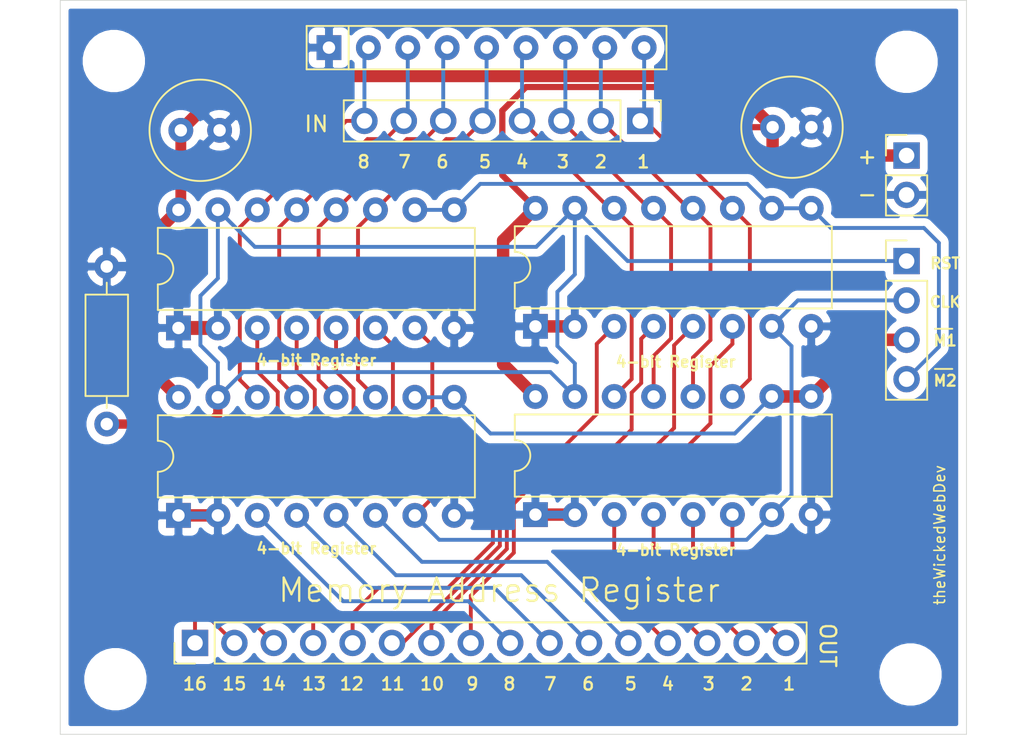
<source format=kicad_pcb>
(kicad_pcb (version 20171130) (host pcbnew "(5.1.9-0-10_14)")

  (general
    (thickness 1.6)
    (drawings 44)
    (tracks 237)
    (zones 0)
    (modules 16)
    (nets 31)
  )

  (page A4)
  (layers
    (0 F.Cu signal)
    (31 B.Cu signal hide)
    (32 B.Adhes user)
    (33 F.Adhes user)
    (34 B.Paste user)
    (35 F.Paste user)
    (36 B.SilkS user)
    (37 F.SilkS user)
    (38 B.Mask user)
    (39 F.Mask user)
    (40 Dwgs.User user)
    (41 Cmts.User user)
    (42 Eco1.User user)
    (43 Eco2.User user)
    (44 Edge.Cuts user)
    (45 Margin user)
    (46 B.CrtYd user)
    (47 F.CrtYd user)
    (48 B.Fab user)
    (49 F.Fab user)
  )

  (setup
    (last_trace_width 0.25)
    (user_trace_width 10)
    (trace_clearance 0.2)
    (zone_clearance 0.508)
    (zone_45_only no)
    (trace_min 0.2)
    (via_size 0.8)
    (via_drill 0.4)
    (via_min_size 0.4)
    (via_min_drill 0.3)
    (uvia_size 0.3)
    (uvia_drill 0.1)
    (uvias_allowed no)
    (uvia_min_size 0.2)
    (uvia_min_drill 0.1)
    (edge_width 0.05)
    (segment_width 0.2)
    (pcb_text_width 0.3)
    (pcb_text_size 1.5 1.5)
    (mod_edge_width 0.12)
    (mod_text_size 1 1)
    (mod_text_width 0.15)
    (pad_size 1.524 1.524)
    (pad_drill 0.762)
    (pad_to_mask_clearance 0)
    (aux_axis_origin 0 0)
    (visible_elements FFFFFF7F)
    (pcbplotparams
      (layerselection 0x010fc_ffffffff)
      (usegerberextensions false)
      (usegerberattributes true)
      (usegerberadvancedattributes true)
      (creategerberjobfile true)
      (excludeedgelayer true)
      (linewidth 0.100000)
      (plotframeref false)
      (viasonmask false)
      (mode 1)
      (useauxorigin false)
      (hpglpennumber 1)
      (hpglpenspeed 20)
      (hpglpendiameter 15.000000)
      (psnegative false)
      (psa4output false)
      (plotreference true)
      (plotvalue true)
      (plotinvisibletext false)
      (padsonsilk false)
      (subtractmaskfromsilk false)
      (outputformat 1)
      (mirror false)
      (drillshape 0)
      (scaleselection 1)
      (outputdirectory "GERBER"))
  )

  (net 0 "")
  (net 1 GND)
  (net 2 VCC)
  (net 3 /RESET)
  (net 4 /CLOCK)
  (net 5 /D5)
  (net 6 /D6)
  (net 7 /D7)
  (net 8 /D8)
  (net 9 /Y1)
  (net 10 /Y2)
  (net 11 /Y3)
  (net 12 /Y4)
  (net 13 /Y5)
  (net 14 /Y6)
  (net 15 /Y7)
  (net 16 /Y8)
  (net 17 /D1)
  (net 18 /D2)
  (net 19 /D3)
  (net 20 /D4)
  (net 21 /MAR2_IN)
  (net 22 /MAR1_IN)
  (net 23 /Y16)
  (net 24 /Y15)
  (net 25 /Y14)
  (net 26 /Y13)
  (net 27 /Y12)
  (net 28 /Y11)
  (net 29 /Y10)
  (net 30 /Y9)

  (net_class Default "This is the default net class."
    (clearance 0.2)
    (trace_width 0.25)
    (via_dia 0.8)
    (via_drill 0.4)
    (uvia_dia 0.3)
    (uvia_drill 0.1)
    (add_net /CLOCK)
    (add_net /D1)
    (add_net /D2)
    (add_net /D3)
    (add_net /D4)
    (add_net /D5)
    (add_net /D6)
    (add_net /D7)
    (add_net /D8)
    (add_net /MAR1_IN)
    (add_net /MAR2_IN)
    (add_net /RESET)
    (add_net /Y1)
    (add_net /Y10)
    (add_net /Y11)
    (add_net /Y12)
    (add_net /Y13)
    (add_net /Y14)
    (add_net /Y15)
    (add_net /Y16)
    (add_net /Y2)
    (add_net /Y3)
    (add_net /Y4)
    (add_net /Y5)
    (add_net /Y6)
    (add_net /Y7)
    (add_net /Y8)
    (add_net /Y9)
    (add_net GND)
    (add_net VCC)
  )

  (module Resistor_THT:R_Array_SIP9 (layer F.Cu) (tedit 5A14249F) (tstamp 60813A97)
    (at 96.3168 23.876)
    (descr "9-pin Resistor SIP pack")
    (tags R)
    (path /60A412D5)
    (fp_text reference RN1 (at 11.43 -2.4) (layer F.SilkS) hide
      (effects (font (size 1 1) (thickness 0.15)))
    )
    (fp_text value R_Network08_US (at 11.43 2.4) (layer F.Fab)
      (effects (font (size 1 1) (thickness 0.15)))
    )
    (fp_text user %R (at 10.16 0) (layer F.Fab)
      (effects (font (size 1 1) (thickness 0.15)))
    )
    (fp_line (start -1.29 -1.25) (end -1.29 1.25) (layer F.Fab) (width 0.1))
    (fp_line (start -1.29 1.25) (end 21.61 1.25) (layer F.Fab) (width 0.1))
    (fp_line (start 21.61 1.25) (end 21.61 -1.25) (layer F.Fab) (width 0.1))
    (fp_line (start 21.61 -1.25) (end -1.29 -1.25) (layer F.Fab) (width 0.1))
    (fp_line (start 1.27 -1.25) (end 1.27 1.25) (layer F.Fab) (width 0.1))
    (fp_line (start -1.44 -1.4) (end -1.44 1.4) (layer F.SilkS) (width 0.12))
    (fp_line (start -1.44 1.4) (end 21.76 1.4) (layer F.SilkS) (width 0.12))
    (fp_line (start 21.76 1.4) (end 21.76 -1.4) (layer F.SilkS) (width 0.12))
    (fp_line (start 21.76 -1.4) (end -1.44 -1.4) (layer F.SilkS) (width 0.12))
    (fp_line (start 1.27 -1.4) (end 1.27 1.4) (layer F.SilkS) (width 0.12))
    (fp_line (start -1.7 -1.65) (end -1.7 1.65) (layer F.CrtYd) (width 0.05))
    (fp_line (start -1.7 1.65) (end 22.05 1.65) (layer F.CrtYd) (width 0.05))
    (fp_line (start 22.05 1.65) (end 22.05 -1.65) (layer F.CrtYd) (width 0.05))
    (fp_line (start 22.05 -1.65) (end -1.7 -1.65) (layer F.CrtYd) (width 0.05))
    (pad 9 thru_hole oval (at 20.32 0) (size 1.6 1.6) (drill 0.8) (layers *.Cu *.Mask)
      (net 17 /D1))
    (pad 8 thru_hole oval (at 17.78 0) (size 1.6 1.6) (drill 0.8) (layers *.Cu *.Mask)
      (net 18 /D2))
    (pad 7 thru_hole oval (at 15.24 0) (size 1.6 1.6) (drill 0.8) (layers *.Cu *.Mask)
      (net 19 /D3))
    (pad 6 thru_hole oval (at 12.7 0) (size 1.6 1.6) (drill 0.8) (layers *.Cu *.Mask)
      (net 20 /D4))
    (pad 5 thru_hole oval (at 10.16 0) (size 1.6 1.6) (drill 0.8) (layers *.Cu *.Mask)
      (net 5 /D5))
    (pad 4 thru_hole oval (at 7.62 0) (size 1.6 1.6) (drill 0.8) (layers *.Cu *.Mask)
      (net 6 /D6))
    (pad 3 thru_hole oval (at 5.08 0) (size 1.6 1.6) (drill 0.8) (layers *.Cu *.Mask)
      (net 7 /D7))
    (pad 2 thru_hole oval (at 2.54 0) (size 1.6 1.6) (drill 0.8) (layers *.Cu *.Mask)
      (net 8 /D8))
    (pad 1 thru_hole rect (at 0 0) (size 1.6 1.6) (drill 0.8) (layers *.Cu *.Mask)
      (net 1 GND))
    (model ${KISYS3DMOD}/Resistor_THT.3dshapes/R_Array_SIP9.wrl
      (at (xyz 0 0 0))
      (scale (xyz 1 1 1))
      (rotate (xyz 0 0 0))
    )
  )

  (module Resistor_THT:R_Axial_DIN0207_L6.3mm_D2.5mm_P10.16mm_Horizontal (layer F.Cu) (tedit 5AE5139B) (tstamp 60812EFE)
    (at 81.9912 48.1584 90)
    (descr "Resistor, Axial_DIN0207 series, Axial, Horizontal, pin pitch=10.16mm, 0.25W = 1/4W, length*diameter=6.3*2.5mm^2, http://cdn-reichelt.de/documents/datenblatt/B400/1_4W%23YAG.pdf")
    (tags "Resistor Axial_DIN0207 series Axial Horizontal pin pitch 10.16mm 0.25W = 1/4W length 6.3mm diameter 2.5mm")
    (path /60A30352)
    (fp_text reference R1 (at 5.08 -2.37 90) (layer F.SilkS) hide
      (effects (font (size 1 1) (thickness 0.15)))
    )
    (fp_text value R_Small_US (at 5.08 2.37 90) (layer F.Fab)
      (effects (font (size 1 1) (thickness 0.15)))
    )
    (fp_text user %R (at 5.08 0 90) (layer F.Fab)
      (effects (font (size 1 1) (thickness 0.15)))
    )
    (fp_line (start 1.93 -1.25) (end 1.93 1.25) (layer F.Fab) (width 0.1))
    (fp_line (start 1.93 1.25) (end 8.23 1.25) (layer F.Fab) (width 0.1))
    (fp_line (start 8.23 1.25) (end 8.23 -1.25) (layer F.Fab) (width 0.1))
    (fp_line (start 8.23 -1.25) (end 1.93 -1.25) (layer F.Fab) (width 0.1))
    (fp_line (start 0 0) (end 1.93 0) (layer F.Fab) (width 0.1))
    (fp_line (start 10.16 0) (end 8.23 0) (layer F.Fab) (width 0.1))
    (fp_line (start 1.81 -1.37) (end 1.81 1.37) (layer F.SilkS) (width 0.12))
    (fp_line (start 1.81 1.37) (end 8.35 1.37) (layer F.SilkS) (width 0.12))
    (fp_line (start 8.35 1.37) (end 8.35 -1.37) (layer F.SilkS) (width 0.12))
    (fp_line (start 8.35 -1.37) (end 1.81 -1.37) (layer F.SilkS) (width 0.12))
    (fp_line (start 1.04 0) (end 1.81 0) (layer F.SilkS) (width 0.12))
    (fp_line (start 9.12 0) (end 8.35 0) (layer F.SilkS) (width 0.12))
    (fp_line (start -1.05 -1.5) (end -1.05 1.5) (layer F.CrtYd) (width 0.05))
    (fp_line (start -1.05 1.5) (end 11.21 1.5) (layer F.CrtYd) (width 0.05))
    (fp_line (start 11.21 1.5) (end 11.21 -1.5) (layer F.CrtYd) (width 0.05))
    (fp_line (start 11.21 -1.5) (end -1.05 -1.5) (layer F.CrtYd) (width 0.05))
    (pad 2 thru_hole oval (at 10.16 0 90) (size 1.6 1.6) (drill 0.8) (layers *.Cu *.Mask)
      (net 1 GND))
    (pad 1 thru_hole circle (at 0 0 90) (size 1.6 1.6) (drill 0.8) (layers *.Cu *.Mask)
      (net 3 /RESET))
    (model ${KISYS3DMOD}/Resistor_THT.3dshapes/R_Axial_DIN0207_L6.3mm_D2.5mm_P10.16mm_Horizontal.wrl
      (at (xyz 0 0 0))
      (scale (xyz 1 1 1))
      (rotate (xyz 0 0 0))
    )
  )

  (module MountingHole:MountingHole_3mm (layer F.Cu) (tedit 56D1B4CB) (tstamp 60811683)
    (at 133.8072 64.3128)
    (descr "Mounting Hole 3mm, no annular")
    (tags "mounting hole 3mm no annular")
    (attr virtual)
    (fp_text reference REF** (at 0 -4) (layer F.SilkS) hide
      (effects (font (size 1 1) (thickness 0.15)))
    )
    (fp_text value MountingHole_3mm (at 0 4) (layer F.Fab)
      (effects (font (size 1 1) (thickness 0.15)))
    )
    (fp_circle (center 0 0) (end 3.25 0) (layer F.CrtYd) (width 0.05))
    (fp_circle (center 0 0) (end 3 0) (layer Cmts.User) (width 0.15))
    (fp_text user %R (at 0.3 0) (layer F.Fab)
      (effects (font (size 1 1) (thickness 0.15)))
    )
    (pad 1 np_thru_hole circle (at 0 0) (size 3 3) (drill 3) (layers *.Cu *.Mask))
  )

  (module MountingHole:MountingHole_3mm (layer F.Cu) (tedit 56D1B4CB) (tstamp 6081167C)
    (at 82.55 64.6176)
    (descr "Mounting Hole 3mm, no annular")
    (tags "mounting hole 3mm no annular")
    (attr virtual)
    (fp_text reference REF** (at 0 -4) (layer F.SilkS) hide
      (effects (font (size 1 1) (thickness 0.15)))
    )
    (fp_text value MountingHole_3mm (at 0 4) (layer F.Fab)
      (effects (font (size 1 1) (thickness 0.15)))
    )
    (fp_text user %R (at 0.3 0) (layer F.Fab)
      (effects (font (size 1 1) (thickness 0.15)))
    )
    (fp_circle (center 0 0) (end 3 0) (layer Cmts.User) (width 0.15))
    (fp_circle (center 0 0) (end 3.25 0) (layer F.CrtYd) (width 0.05))
    (pad 1 np_thru_hole circle (at 0 0) (size 3 3) (drill 3) (layers *.Cu *.Mask))
  )

  (module MountingHole:MountingHole_3mm (layer F.Cu) (tedit 56D1B4CB) (tstamp 6081166D)
    (at 82.4484 24.7396)
    (descr "Mounting Hole 3mm, no annular")
    (tags "mounting hole 3mm no annular")
    (attr virtual)
    (fp_text reference REF** (at 0 -4) (layer F.SilkS) hide
      (effects (font (size 1 1) (thickness 0.15)))
    )
    (fp_text value MountingHole_3mm (at 0 4) (layer F.Fab)
      (effects (font (size 1 1) (thickness 0.15)))
    )
    (fp_circle (center 0 0) (end 3.25 0) (layer F.CrtYd) (width 0.05))
    (fp_circle (center 0 0) (end 3 0) (layer Cmts.User) (width 0.15))
    (fp_text user %R (at 0.3 0) (layer F.Fab)
      (effects (font (size 1 1) (thickness 0.15)))
    )
    (pad 1 np_thru_hole circle (at 0 0) (size 3 3) (drill 3) (layers *.Cu *.Mask))
  )

  (module MountingHole:MountingHole_3mm (layer F.Cu) (tedit 56D1B4CB) (tstamp 60811663)
    (at 133.5532 24.7904)
    (descr "Mounting Hole 3mm, no annular")
    (tags "mounting hole 3mm no annular")
    (attr virtual)
    (fp_text reference REF** (at 0 -4) (layer F.SilkS) hide
      (effects (font (size 1 1) (thickness 0.15)))
    )
    (fp_text value MountingHole_3mm (at 0 4) (layer F.Fab)
      (effects (font (size 1 1) (thickness 0.15)))
    )
    (fp_text user %R (at 0.3 0) (layer F.Fab)
      (effects (font (size 1 1) (thickness 0.15)))
    )
    (fp_circle (center 0 0) (end 3 0) (layer Cmts.User) (width 0.15))
    (fp_circle (center 0 0) (end 3.25 0) (layer F.CrtYd) (width 0.05))
    (pad 1 np_thru_hole circle (at 0 0) (size 3 3) (drill 3) (layers *.Cu *.Mask))
  )

  (module Connector_PinHeader_2.54mm:PinHeader_1x16_P2.54mm_Vertical (layer F.Cu) (tedit 59FED5CC) (tstamp 6080F2E3)
    (at 87.6808 62.2808 90)
    (descr "Through hole straight pin header, 1x16, 2.54mm pitch, single row")
    (tags "Through hole pin header THT 1x16 2.54mm single row")
    (path /608FF82A)
    (fp_text reference J4 (at 0 -2.33 90) (layer F.SilkS) hide
      (effects (font (size 1 1) (thickness 0.15)))
    )
    (fp_text value Conn_01x16 (at 0 40.43 90) (layer F.Fab)
      (effects (font (size 1 1) (thickness 0.15)))
    )
    (fp_text user %R (at 0 19.05) (layer F.Fab)
      (effects (font (size 1 1) (thickness 0.15)))
    )
    (fp_line (start -0.635 -1.27) (end 1.27 -1.27) (layer F.Fab) (width 0.1))
    (fp_line (start 1.27 -1.27) (end 1.27 39.37) (layer F.Fab) (width 0.1))
    (fp_line (start 1.27 39.37) (end -1.27 39.37) (layer F.Fab) (width 0.1))
    (fp_line (start -1.27 39.37) (end -1.27 -0.635) (layer F.Fab) (width 0.1))
    (fp_line (start -1.27 -0.635) (end -0.635 -1.27) (layer F.Fab) (width 0.1))
    (fp_line (start -1.33 39.43) (end 1.33 39.43) (layer F.SilkS) (width 0.12))
    (fp_line (start -1.33 1.27) (end -1.33 39.43) (layer F.SilkS) (width 0.12))
    (fp_line (start 1.33 1.27) (end 1.33 39.43) (layer F.SilkS) (width 0.12))
    (fp_line (start -1.33 1.27) (end 1.33 1.27) (layer F.SilkS) (width 0.12))
    (fp_line (start -1.33 0) (end -1.33 -1.33) (layer F.SilkS) (width 0.12))
    (fp_line (start -1.33 -1.33) (end 0 -1.33) (layer F.SilkS) (width 0.12))
    (fp_line (start -1.8 -1.8) (end -1.8 39.9) (layer F.CrtYd) (width 0.05))
    (fp_line (start -1.8 39.9) (end 1.8 39.9) (layer F.CrtYd) (width 0.05))
    (fp_line (start 1.8 39.9) (end 1.8 -1.8) (layer F.CrtYd) (width 0.05))
    (fp_line (start 1.8 -1.8) (end -1.8 -1.8) (layer F.CrtYd) (width 0.05))
    (pad 16 thru_hole oval (at 0 38.1 90) (size 1.7 1.7) (drill 1) (layers *.Cu *.Mask)
      (net 9 /Y1))
    (pad 15 thru_hole oval (at 0 35.56 90) (size 1.7 1.7) (drill 1) (layers *.Cu *.Mask)
      (net 10 /Y2))
    (pad 14 thru_hole oval (at 0 33.02 90) (size 1.7 1.7) (drill 1) (layers *.Cu *.Mask)
      (net 11 /Y3))
    (pad 13 thru_hole oval (at 0 30.48 90) (size 1.7 1.7) (drill 1) (layers *.Cu *.Mask)
      (net 12 /Y4))
    (pad 12 thru_hole oval (at 0 27.94 90) (size 1.7 1.7) (drill 1) (layers *.Cu *.Mask)
      (net 13 /Y5))
    (pad 11 thru_hole oval (at 0 25.4 90) (size 1.7 1.7) (drill 1) (layers *.Cu *.Mask)
      (net 14 /Y6))
    (pad 10 thru_hole oval (at 0 22.86 90) (size 1.7 1.7) (drill 1) (layers *.Cu *.Mask)
      (net 15 /Y7))
    (pad 9 thru_hole oval (at 0 20.32 90) (size 1.7 1.7) (drill 1) (layers *.Cu *.Mask)
      (net 16 /Y8))
    (pad 8 thru_hole oval (at 0 17.78 90) (size 1.7 1.7) (drill 1) (layers *.Cu *.Mask)
      (net 30 /Y9))
    (pad 7 thru_hole oval (at 0 15.24 90) (size 1.7 1.7) (drill 1) (layers *.Cu *.Mask)
      (net 29 /Y10))
    (pad 6 thru_hole oval (at 0 12.7 90) (size 1.7 1.7) (drill 1) (layers *.Cu *.Mask)
      (net 28 /Y11))
    (pad 5 thru_hole oval (at 0 10.16 90) (size 1.7 1.7) (drill 1) (layers *.Cu *.Mask)
      (net 27 /Y12))
    (pad 4 thru_hole oval (at 0 7.62 90) (size 1.7 1.7) (drill 1) (layers *.Cu *.Mask)
      (net 26 /Y13))
    (pad 3 thru_hole oval (at 0 5.08 90) (size 1.7 1.7) (drill 1) (layers *.Cu *.Mask)
      (net 25 /Y14))
    (pad 2 thru_hole oval (at 0 2.54 90) (size 1.7 1.7) (drill 1) (layers *.Cu *.Mask)
      (net 24 /Y15))
    (pad 1 thru_hole rect (at 0 0 90) (size 1.7 1.7) (drill 1) (layers *.Cu *.Mask)
      (net 23 /Y16))
    (model ${KISYS3DMOD}/Connector_PinHeader_2.54mm.3dshapes/PinHeader_1x16_P2.54mm_Vertical.wrl
      (at (xyz 0 0 0))
      (scale (xyz 1 1 1))
      (rotate (xyz 0 0 0))
    )
  )

  (module Package_DIP:DIP-16_W7.62mm (layer F.Cu) (tedit 5A02E8C5) (tstamp 6080F373)
    (at 109.6264 41.8592 90)
    (descr "16-lead though-hole mounted DIP package, row spacing 7.62 mm (300 mils)")
    (tags "THT DIP DIL PDIP 2.54mm 7.62mm 300mil")
    (path /609B2FE1)
    (fp_text reference U4 (at 3.81 -2.33 90) (layer F.SilkS) hide
      (effects (font (size 1 1) (thickness 0.15)))
    )
    (fp_text value 74LS173 (at 3.81 20.11 90) (layer F.Fab)
      (effects (font (size 1 1) (thickness 0.15)))
    )
    (fp_text user %R (at 3.81 8.89 90) (layer F.Fab)
      (effects (font (size 1 1) (thickness 0.15)))
    )
    (fp_arc (start 3.81 -1.33) (end 2.81 -1.33) (angle -180) (layer F.SilkS) (width 0.12))
    (fp_line (start 1.635 -1.27) (end 6.985 -1.27) (layer F.Fab) (width 0.1))
    (fp_line (start 6.985 -1.27) (end 6.985 19.05) (layer F.Fab) (width 0.1))
    (fp_line (start 6.985 19.05) (end 0.635 19.05) (layer F.Fab) (width 0.1))
    (fp_line (start 0.635 19.05) (end 0.635 -0.27) (layer F.Fab) (width 0.1))
    (fp_line (start 0.635 -0.27) (end 1.635 -1.27) (layer F.Fab) (width 0.1))
    (fp_line (start 2.81 -1.33) (end 1.16 -1.33) (layer F.SilkS) (width 0.12))
    (fp_line (start 1.16 -1.33) (end 1.16 19.11) (layer F.SilkS) (width 0.12))
    (fp_line (start 1.16 19.11) (end 6.46 19.11) (layer F.SilkS) (width 0.12))
    (fp_line (start 6.46 19.11) (end 6.46 -1.33) (layer F.SilkS) (width 0.12))
    (fp_line (start 6.46 -1.33) (end 4.81 -1.33) (layer F.SilkS) (width 0.12))
    (fp_line (start -1.1 -1.55) (end -1.1 19.3) (layer F.CrtYd) (width 0.05))
    (fp_line (start -1.1 19.3) (end 8.7 19.3) (layer F.CrtYd) (width 0.05))
    (fp_line (start 8.7 19.3) (end 8.7 -1.55) (layer F.CrtYd) (width 0.05))
    (fp_line (start 8.7 -1.55) (end -1.1 -1.55) (layer F.CrtYd) (width 0.05))
    (pad 16 thru_hole oval (at 7.62 0 90) (size 1.6 1.6) (drill 0.8) (layers *.Cu *.Mask)
      (net 2 VCC))
    (pad 8 thru_hole oval (at 0 17.78 90) (size 1.6 1.6) (drill 0.8) (layers *.Cu *.Mask)
      (net 1 GND))
    (pad 15 thru_hole oval (at 7.62 2.54 90) (size 1.6 1.6) (drill 0.8) (layers *.Cu *.Mask)
      (net 3 /RESET))
    (pad 7 thru_hole oval (at 0 15.24 90) (size 1.6 1.6) (drill 0.8) (layers *.Cu *.Mask)
      (net 4 /CLOCK))
    (pad 14 thru_hole oval (at 7.62 5.08 90) (size 1.6 1.6) (drill 0.8) (layers *.Cu *.Mask)
      (net 20 /D4))
    (pad 6 thru_hole oval (at 0 12.7 90) (size 1.6 1.6) (drill 0.8) (layers *.Cu *.Mask)
      (net 30 /Y9))
    (pad 13 thru_hole oval (at 7.62 7.62 90) (size 1.6 1.6) (drill 0.8) (layers *.Cu *.Mask)
      (net 19 /D3))
    (pad 5 thru_hole oval (at 0 10.16 90) (size 1.6 1.6) (drill 0.8) (layers *.Cu *.Mask)
      (net 29 /Y10))
    (pad 12 thru_hole oval (at 7.62 10.16 90) (size 1.6 1.6) (drill 0.8) (layers *.Cu *.Mask)
      (net 18 /D2))
    (pad 4 thru_hole oval (at 0 7.62 90) (size 1.6 1.6) (drill 0.8) (layers *.Cu *.Mask)
      (net 28 /Y11))
    (pad 11 thru_hole oval (at 7.62 12.7 90) (size 1.6 1.6) (drill 0.8) (layers *.Cu *.Mask)
      (net 17 /D1))
    (pad 3 thru_hole oval (at 0 5.08 90) (size 1.6 1.6) (drill 0.8) (layers *.Cu *.Mask)
      (net 27 /Y12))
    (pad 10 thru_hole oval (at 7.62 15.24 90) (size 1.6 1.6) (drill 0.8) (layers *.Cu *.Mask)
      (net 21 /MAR2_IN))
    (pad 2 thru_hole oval (at 0 2.54 90) (size 1.6 1.6) (drill 0.8) (layers *.Cu *.Mask)
      (net 1 GND))
    (pad 9 thru_hole oval (at 7.62 17.78 90) (size 1.6 1.6) (drill 0.8) (layers *.Cu *.Mask)
      (net 21 /MAR2_IN))
    (pad 1 thru_hole rect (at 0 0 90) (size 1.6 1.6) (drill 0.8) (layers *.Cu *.Mask)
      (net 1 GND))
    (model ${KISYS3DMOD}/Package_DIP.3dshapes/DIP-16_W7.62mm.wrl
      (at (xyz 0 0 0))
      (scale (xyz 1 1 1))
      (rotate (xyz 0 0 0))
    )
  )

  (module Package_DIP:DIP-16_W7.62mm (layer F.Cu) (tedit 5A02E8C5) (tstamp 6080F34F)
    (at 109.6264 54.0004 90)
    (descr "16-lead though-hole mounted DIP package, row spacing 7.62 mm (300 mils)")
    (tags "THT DIP DIL PDIP 2.54mm 7.62mm 300mil")
    (path /608BE7F5)
    (fp_text reference U3 (at 3.81 -2.33 90) (layer F.SilkS) hide
      (effects (font (size 1 1) (thickness 0.15)))
    )
    (fp_text value 74LS173 (at 3.81 20.11 90) (layer F.Fab)
      (effects (font (size 1 1) (thickness 0.15)))
    )
    (fp_text user %R (at 3.81 8.89 90) (layer F.Fab)
      (effects (font (size 1 1) (thickness 0.15)))
    )
    (fp_arc (start 3.81 -1.33) (end 2.81 -1.33) (angle -180) (layer F.SilkS) (width 0.12))
    (fp_line (start 1.635 -1.27) (end 6.985 -1.27) (layer F.Fab) (width 0.1))
    (fp_line (start 6.985 -1.27) (end 6.985 19.05) (layer F.Fab) (width 0.1))
    (fp_line (start 6.985 19.05) (end 0.635 19.05) (layer F.Fab) (width 0.1))
    (fp_line (start 0.635 19.05) (end 0.635 -0.27) (layer F.Fab) (width 0.1))
    (fp_line (start 0.635 -0.27) (end 1.635 -1.27) (layer F.Fab) (width 0.1))
    (fp_line (start 2.81 -1.33) (end 1.16 -1.33) (layer F.SilkS) (width 0.12))
    (fp_line (start 1.16 -1.33) (end 1.16 19.11) (layer F.SilkS) (width 0.12))
    (fp_line (start 1.16 19.11) (end 6.46 19.11) (layer F.SilkS) (width 0.12))
    (fp_line (start 6.46 19.11) (end 6.46 -1.33) (layer F.SilkS) (width 0.12))
    (fp_line (start 6.46 -1.33) (end 4.81 -1.33) (layer F.SilkS) (width 0.12))
    (fp_line (start -1.1 -1.55) (end -1.1 19.3) (layer F.CrtYd) (width 0.05))
    (fp_line (start -1.1 19.3) (end 8.7 19.3) (layer F.CrtYd) (width 0.05))
    (fp_line (start 8.7 19.3) (end 8.7 -1.55) (layer F.CrtYd) (width 0.05))
    (fp_line (start 8.7 -1.55) (end -1.1 -1.55) (layer F.CrtYd) (width 0.05))
    (pad 16 thru_hole oval (at 7.62 0 90) (size 1.6 1.6) (drill 0.8) (layers *.Cu *.Mask)
      (net 2 VCC))
    (pad 8 thru_hole oval (at 0 17.78 90) (size 1.6 1.6) (drill 0.8) (layers *.Cu *.Mask)
      (net 1 GND))
    (pad 15 thru_hole oval (at 7.62 2.54 90) (size 1.6 1.6) (drill 0.8) (layers *.Cu *.Mask)
      (net 3 /RESET))
    (pad 7 thru_hole oval (at 0 15.24 90) (size 1.6 1.6) (drill 0.8) (layers *.Cu *.Mask)
      (net 4 /CLOCK))
    (pad 14 thru_hole oval (at 7.62 5.08 90) (size 1.6 1.6) (drill 0.8) (layers *.Cu *.Mask)
      (net 20 /D4))
    (pad 6 thru_hole oval (at 0 12.7 90) (size 1.6 1.6) (drill 0.8) (layers *.Cu *.Mask)
      (net 9 /Y1))
    (pad 13 thru_hole oval (at 7.62 7.62 90) (size 1.6 1.6) (drill 0.8) (layers *.Cu *.Mask)
      (net 19 /D3))
    (pad 5 thru_hole oval (at 0 10.16 90) (size 1.6 1.6) (drill 0.8) (layers *.Cu *.Mask)
      (net 10 /Y2))
    (pad 12 thru_hole oval (at 7.62 10.16 90) (size 1.6 1.6) (drill 0.8) (layers *.Cu *.Mask)
      (net 18 /D2))
    (pad 4 thru_hole oval (at 0 7.62 90) (size 1.6 1.6) (drill 0.8) (layers *.Cu *.Mask)
      (net 11 /Y3))
    (pad 11 thru_hole oval (at 7.62 12.7 90) (size 1.6 1.6) (drill 0.8) (layers *.Cu *.Mask)
      (net 17 /D1))
    (pad 3 thru_hole oval (at 0 5.08 90) (size 1.6 1.6) (drill 0.8) (layers *.Cu *.Mask)
      (net 12 /Y4))
    (pad 10 thru_hole oval (at 7.62 15.24 90) (size 1.6 1.6) (drill 0.8) (layers *.Cu *.Mask)
      (net 22 /MAR1_IN))
    (pad 2 thru_hole oval (at 0 2.54 90) (size 1.6 1.6) (drill 0.8) (layers *.Cu *.Mask)
      (net 1 GND))
    (pad 9 thru_hole oval (at 7.62 17.78 90) (size 1.6 1.6) (drill 0.8) (layers *.Cu *.Mask)
      (net 22 /MAR1_IN))
    (pad 1 thru_hole rect (at 0 0 90) (size 1.6 1.6) (drill 0.8) (layers *.Cu *.Mask)
      (net 1 GND))
    (model ${KISYS3DMOD}/Package_DIP.3dshapes/DIP-16_W7.62mm.wrl
      (at (xyz 0 0 0))
      (scale (xyz 1 1 1))
      (rotate (xyz 0 0 0))
    )
  )

  (module Package_DIP:DIP-16_W7.62mm (layer F.Cu) (tedit 5A02E8C5) (tstamp 6080F32B)
    (at 86.614 41.9608 90)
    (descr "16-lead though-hole mounted DIP package, row spacing 7.62 mm (300 mils)")
    (tags "THT DIP DIL PDIP 2.54mm 7.62mm 300mil")
    (path /609B300C)
    (fp_text reference U2 (at 3.81 -2.33 90) (layer F.SilkS) hide
      (effects (font (size 1 1) (thickness 0.15)))
    )
    (fp_text value 74LS173 (at 3.81 20.11 90) (layer F.Fab)
      (effects (font (size 1 1) (thickness 0.15)))
    )
    (fp_text user %R (at 3.81 8.89 90) (layer F.Fab)
      (effects (font (size 1 1) (thickness 0.15)))
    )
    (fp_arc (start 3.81 -1.33) (end 2.81 -1.33) (angle -180) (layer F.SilkS) (width 0.12))
    (fp_line (start 1.635 -1.27) (end 6.985 -1.27) (layer F.Fab) (width 0.1))
    (fp_line (start 6.985 -1.27) (end 6.985 19.05) (layer F.Fab) (width 0.1))
    (fp_line (start 6.985 19.05) (end 0.635 19.05) (layer F.Fab) (width 0.1))
    (fp_line (start 0.635 19.05) (end 0.635 -0.27) (layer F.Fab) (width 0.1))
    (fp_line (start 0.635 -0.27) (end 1.635 -1.27) (layer F.Fab) (width 0.1))
    (fp_line (start 2.81 -1.33) (end 1.16 -1.33) (layer F.SilkS) (width 0.12))
    (fp_line (start 1.16 -1.33) (end 1.16 19.11) (layer F.SilkS) (width 0.12))
    (fp_line (start 1.16 19.11) (end 6.46 19.11) (layer F.SilkS) (width 0.12))
    (fp_line (start 6.46 19.11) (end 6.46 -1.33) (layer F.SilkS) (width 0.12))
    (fp_line (start 6.46 -1.33) (end 4.81 -1.33) (layer F.SilkS) (width 0.12))
    (fp_line (start -1.1 -1.55) (end -1.1 19.3) (layer F.CrtYd) (width 0.05))
    (fp_line (start -1.1 19.3) (end 8.7 19.3) (layer F.CrtYd) (width 0.05))
    (fp_line (start 8.7 19.3) (end 8.7 -1.55) (layer F.CrtYd) (width 0.05))
    (fp_line (start 8.7 -1.55) (end -1.1 -1.55) (layer F.CrtYd) (width 0.05))
    (pad 16 thru_hole oval (at 7.62 0 90) (size 1.6 1.6) (drill 0.8) (layers *.Cu *.Mask)
      (net 2 VCC))
    (pad 8 thru_hole oval (at 0 17.78 90) (size 1.6 1.6) (drill 0.8) (layers *.Cu *.Mask)
      (net 1 GND))
    (pad 15 thru_hole oval (at 7.62 2.54 90) (size 1.6 1.6) (drill 0.8) (layers *.Cu *.Mask)
      (net 3 /RESET))
    (pad 7 thru_hole oval (at 0 15.24 90) (size 1.6 1.6) (drill 0.8) (layers *.Cu *.Mask)
      (net 4 /CLOCK))
    (pad 14 thru_hole oval (at 7.62 5.08 90) (size 1.6 1.6) (drill 0.8) (layers *.Cu *.Mask)
      (net 8 /D8))
    (pad 6 thru_hole oval (at 0 12.7 90) (size 1.6 1.6) (drill 0.8) (layers *.Cu *.Mask)
      (net 26 /Y13))
    (pad 13 thru_hole oval (at 7.62 7.62 90) (size 1.6 1.6) (drill 0.8) (layers *.Cu *.Mask)
      (net 7 /D7))
    (pad 5 thru_hole oval (at 0 10.16 90) (size 1.6 1.6) (drill 0.8) (layers *.Cu *.Mask)
      (net 25 /Y14))
    (pad 12 thru_hole oval (at 7.62 10.16 90) (size 1.6 1.6) (drill 0.8) (layers *.Cu *.Mask)
      (net 6 /D6))
    (pad 4 thru_hole oval (at 0 7.62 90) (size 1.6 1.6) (drill 0.8) (layers *.Cu *.Mask)
      (net 24 /Y15))
    (pad 11 thru_hole oval (at 7.62 12.7 90) (size 1.6 1.6) (drill 0.8) (layers *.Cu *.Mask)
      (net 5 /D5))
    (pad 3 thru_hole oval (at 0 5.08 90) (size 1.6 1.6) (drill 0.8) (layers *.Cu *.Mask)
      (net 23 /Y16))
    (pad 10 thru_hole oval (at 7.62 15.24 90) (size 1.6 1.6) (drill 0.8) (layers *.Cu *.Mask)
      (net 21 /MAR2_IN))
    (pad 2 thru_hole oval (at 0 2.54 90) (size 1.6 1.6) (drill 0.8) (layers *.Cu *.Mask)
      (net 1 GND))
    (pad 9 thru_hole oval (at 7.62 17.78 90) (size 1.6 1.6) (drill 0.8) (layers *.Cu *.Mask)
      (net 21 /MAR2_IN))
    (pad 1 thru_hole rect (at 0 0 90) (size 1.6 1.6) (drill 0.8) (layers *.Cu *.Mask)
      (net 1 GND))
    (model ${KISYS3DMOD}/Package_DIP.3dshapes/DIP-16_W7.62mm.wrl
      (at (xyz 0 0 0))
      (scale (xyz 1 1 1))
      (rotate (xyz 0 0 0))
    )
  )

  (module Package_DIP:DIP-16_W7.62mm (layer F.Cu) (tedit 5A02E8C5) (tstamp 6080F307)
    (at 86.614 54.0512 90)
    (descr "16-lead though-hole mounted DIP package, row spacing 7.62 mm (300 mils)")
    (tags "THT DIP DIL PDIP 2.54mm 7.62mm 300mil")
    (path /608BE827)
    (fp_text reference U1 (at 3.81 -2.33 90) (layer F.SilkS) hide
      (effects (font (size 1 1) (thickness 0.15)))
    )
    (fp_text value 74LS173 (at 3.81 20.11 90) (layer F.Fab)
      (effects (font (size 1 1) (thickness 0.15)))
    )
    (fp_text user %R (at 3.81 8.89 90) (layer F.Fab)
      (effects (font (size 1 1) (thickness 0.15)))
    )
    (fp_arc (start 3.81 -1.33) (end 2.81 -1.33) (angle -180) (layer F.SilkS) (width 0.12))
    (fp_line (start 1.635 -1.27) (end 6.985 -1.27) (layer F.Fab) (width 0.1))
    (fp_line (start 6.985 -1.27) (end 6.985 19.05) (layer F.Fab) (width 0.1))
    (fp_line (start 6.985 19.05) (end 0.635 19.05) (layer F.Fab) (width 0.1))
    (fp_line (start 0.635 19.05) (end 0.635 -0.27) (layer F.Fab) (width 0.1))
    (fp_line (start 0.635 -0.27) (end 1.635 -1.27) (layer F.Fab) (width 0.1))
    (fp_line (start 2.81 -1.33) (end 1.16 -1.33) (layer F.SilkS) (width 0.12))
    (fp_line (start 1.16 -1.33) (end 1.16 19.11) (layer F.SilkS) (width 0.12))
    (fp_line (start 1.16 19.11) (end 6.46 19.11) (layer F.SilkS) (width 0.12))
    (fp_line (start 6.46 19.11) (end 6.46 -1.33) (layer F.SilkS) (width 0.12))
    (fp_line (start 6.46 -1.33) (end 4.81 -1.33) (layer F.SilkS) (width 0.12))
    (fp_line (start -1.1 -1.55) (end -1.1 19.3) (layer F.CrtYd) (width 0.05))
    (fp_line (start -1.1 19.3) (end 8.7 19.3) (layer F.CrtYd) (width 0.05))
    (fp_line (start 8.7 19.3) (end 8.7 -1.55) (layer F.CrtYd) (width 0.05))
    (fp_line (start 8.7 -1.55) (end -1.1 -1.55) (layer F.CrtYd) (width 0.05))
    (pad 16 thru_hole oval (at 7.62 0 90) (size 1.6 1.6) (drill 0.8) (layers *.Cu *.Mask)
      (net 2 VCC))
    (pad 8 thru_hole oval (at 0 17.78 90) (size 1.6 1.6) (drill 0.8) (layers *.Cu *.Mask)
      (net 1 GND))
    (pad 15 thru_hole oval (at 7.62 2.54 90) (size 1.6 1.6) (drill 0.8) (layers *.Cu *.Mask)
      (net 3 /RESET))
    (pad 7 thru_hole oval (at 0 15.24 90) (size 1.6 1.6) (drill 0.8) (layers *.Cu *.Mask)
      (net 4 /CLOCK))
    (pad 14 thru_hole oval (at 7.62 5.08 90) (size 1.6 1.6) (drill 0.8) (layers *.Cu *.Mask)
      (net 8 /D8))
    (pad 6 thru_hole oval (at 0 12.7 90) (size 1.6 1.6) (drill 0.8) (layers *.Cu *.Mask)
      (net 13 /Y5))
    (pad 13 thru_hole oval (at 7.62 7.62 90) (size 1.6 1.6) (drill 0.8) (layers *.Cu *.Mask)
      (net 7 /D7))
    (pad 5 thru_hole oval (at 0 10.16 90) (size 1.6 1.6) (drill 0.8) (layers *.Cu *.Mask)
      (net 14 /Y6))
    (pad 12 thru_hole oval (at 7.62 10.16 90) (size 1.6 1.6) (drill 0.8) (layers *.Cu *.Mask)
      (net 6 /D6))
    (pad 4 thru_hole oval (at 0 7.62 90) (size 1.6 1.6) (drill 0.8) (layers *.Cu *.Mask)
      (net 15 /Y7))
    (pad 11 thru_hole oval (at 7.62 12.7 90) (size 1.6 1.6) (drill 0.8) (layers *.Cu *.Mask)
      (net 5 /D5))
    (pad 3 thru_hole oval (at 0 5.08 90) (size 1.6 1.6) (drill 0.8) (layers *.Cu *.Mask)
      (net 16 /Y8))
    (pad 10 thru_hole oval (at 7.62 15.24 90) (size 1.6 1.6) (drill 0.8) (layers *.Cu *.Mask)
      (net 22 /MAR1_IN))
    (pad 2 thru_hole oval (at 0 2.54 90) (size 1.6 1.6) (drill 0.8) (layers *.Cu *.Mask)
      (net 1 GND))
    (pad 9 thru_hole oval (at 7.62 17.78 90) (size 1.6 1.6) (drill 0.8) (layers *.Cu *.Mask)
      (net 22 /MAR1_IN))
    (pad 1 thru_hole rect (at 0 0 90) (size 1.6 1.6) (drill 0.8) (layers *.Cu *.Mask)
      (net 1 GND))
    (model ${KISYS3DMOD}/Package_DIP.3dshapes/DIP-16_W7.62mm.wrl
      (at (xyz 0 0 0))
      (scale (xyz 1 1 1))
      (rotate (xyz 0 0 0))
    )
  )

  (module Connector_PinHeader_2.54mm:PinHeader_1x08_P2.54mm_Vertical (layer F.Cu) (tedit 59FED5CC) (tstamp 6080F2C7)
    (at 116.3828 28.6004 270)
    (descr "Through hole straight pin header, 1x08, 2.54mm pitch, single row")
    (tags "Through hole pin header THT 1x08 2.54mm single row")
    (path /608FE91E)
    (fp_text reference J3 (at 0 -2.33 90) (layer F.SilkS) hide
      (effects (font (size 1 1) (thickness 0.15)))
    )
    (fp_text value Conn_01x08 (at 0 20.11 90) (layer F.Fab)
      (effects (font (size 1 1) (thickness 0.15)))
    )
    (fp_text user %R (at 0 8.89) (layer F.Fab)
      (effects (font (size 1 1) (thickness 0.15)))
    )
    (fp_line (start -0.635 -1.27) (end 1.27 -1.27) (layer F.Fab) (width 0.1))
    (fp_line (start 1.27 -1.27) (end 1.27 19.05) (layer F.Fab) (width 0.1))
    (fp_line (start 1.27 19.05) (end -1.27 19.05) (layer F.Fab) (width 0.1))
    (fp_line (start -1.27 19.05) (end -1.27 -0.635) (layer F.Fab) (width 0.1))
    (fp_line (start -1.27 -0.635) (end -0.635 -1.27) (layer F.Fab) (width 0.1))
    (fp_line (start -1.33 19.11) (end 1.33 19.11) (layer F.SilkS) (width 0.12))
    (fp_line (start -1.33 1.27) (end -1.33 19.11) (layer F.SilkS) (width 0.12))
    (fp_line (start 1.33 1.27) (end 1.33 19.11) (layer F.SilkS) (width 0.12))
    (fp_line (start -1.33 1.27) (end 1.33 1.27) (layer F.SilkS) (width 0.12))
    (fp_line (start -1.33 0) (end -1.33 -1.33) (layer F.SilkS) (width 0.12))
    (fp_line (start -1.33 -1.33) (end 0 -1.33) (layer F.SilkS) (width 0.12))
    (fp_line (start -1.8 -1.8) (end -1.8 19.55) (layer F.CrtYd) (width 0.05))
    (fp_line (start -1.8 19.55) (end 1.8 19.55) (layer F.CrtYd) (width 0.05))
    (fp_line (start 1.8 19.55) (end 1.8 -1.8) (layer F.CrtYd) (width 0.05))
    (fp_line (start 1.8 -1.8) (end -1.8 -1.8) (layer F.CrtYd) (width 0.05))
    (pad 8 thru_hole oval (at 0 17.78 270) (size 1.7 1.7) (drill 1) (layers *.Cu *.Mask)
      (net 8 /D8))
    (pad 7 thru_hole oval (at 0 15.24 270) (size 1.7 1.7) (drill 1) (layers *.Cu *.Mask)
      (net 7 /D7))
    (pad 6 thru_hole oval (at 0 12.7 270) (size 1.7 1.7) (drill 1) (layers *.Cu *.Mask)
      (net 6 /D6))
    (pad 5 thru_hole oval (at 0 10.16 270) (size 1.7 1.7) (drill 1) (layers *.Cu *.Mask)
      (net 5 /D5))
    (pad 4 thru_hole oval (at 0 7.62 270) (size 1.7 1.7) (drill 1) (layers *.Cu *.Mask)
      (net 20 /D4))
    (pad 3 thru_hole oval (at 0 5.08 270) (size 1.7 1.7) (drill 1) (layers *.Cu *.Mask)
      (net 19 /D3))
    (pad 2 thru_hole oval (at 0 2.54 270) (size 1.7 1.7) (drill 1) (layers *.Cu *.Mask)
      (net 18 /D2))
    (pad 1 thru_hole rect (at 0 0 270) (size 1.7 1.7) (drill 1) (layers *.Cu *.Mask)
      (net 17 /D1))
    (model ${KISYS3DMOD}/Connector_PinHeader_2.54mm.3dshapes/PinHeader_1x08_P2.54mm_Vertical.wrl
      (at (xyz 0 0 0))
      (scale (xyz 1 1 1))
      (rotate (xyz 0 0 0))
    )
  )

  (module Connector_PinHeader_2.54mm:PinHeader_1x04_P2.54mm_Vertical (layer F.Cu) (tedit 59FED5CC) (tstamp 6080F2AB)
    (at 133.5532 37.6428)
    (descr "Through hole straight pin header, 1x04, 2.54mm pitch, single row")
    (tags "Through hole pin header THT 1x04 2.54mm single row")
    (path /608C3557)
    (fp_text reference J2 (at 0 -2.33) (layer F.SilkS) hide
      (effects (font (size 1 1) (thickness 0.15)))
    )
    (fp_text value Conn_01x04 (at 0 9.95) (layer F.Fab)
      (effects (font (size 1 1) (thickness 0.15)))
    )
    (fp_text user %R (at 0 3.81 90) (layer F.Fab)
      (effects (font (size 1 1) (thickness 0.15)))
    )
    (fp_line (start -0.635 -1.27) (end 1.27 -1.27) (layer F.Fab) (width 0.1))
    (fp_line (start 1.27 -1.27) (end 1.27 8.89) (layer F.Fab) (width 0.1))
    (fp_line (start 1.27 8.89) (end -1.27 8.89) (layer F.Fab) (width 0.1))
    (fp_line (start -1.27 8.89) (end -1.27 -0.635) (layer F.Fab) (width 0.1))
    (fp_line (start -1.27 -0.635) (end -0.635 -1.27) (layer F.Fab) (width 0.1))
    (fp_line (start -1.33 8.95) (end 1.33 8.95) (layer F.SilkS) (width 0.12))
    (fp_line (start -1.33 1.27) (end -1.33 8.95) (layer F.SilkS) (width 0.12))
    (fp_line (start 1.33 1.27) (end 1.33 8.95) (layer F.SilkS) (width 0.12))
    (fp_line (start -1.33 1.27) (end 1.33 1.27) (layer F.SilkS) (width 0.12))
    (fp_line (start -1.33 0) (end -1.33 -1.33) (layer F.SilkS) (width 0.12))
    (fp_line (start -1.33 -1.33) (end 0 -1.33) (layer F.SilkS) (width 0.12))
    (fp_line (start -1.8 -1.8) (end -1.8 9.4) (layer F.CrtYd) (width 0.05))
    (fp_line (start -1.8 9.4) (end 1.8 9.4) (layer F.CrtYd) (width 0.05))
    (fp_line (start 1.8 9.4) (end 1.8 -1.8) (layer F.CrtYd) (width 0.05))
    (fp_line (start 1.8 -1.8) (end -1.8 -1.8) (layer F.CrtYd) (width 0.05))
    (pad 4 thru_hole oval (at 0 7.62) (size 1.7 1.7) (drill 1) (layers *.Cu *.Mask)
      (net 21 /MAR2_IN))
    (pad 3 thru_hole oval (at 0 5.08) (size 1.7 1.7) (drill 1) (layers *.Cu *.Mask)
      (net 22 /MAR1_IN))
    (pad 2 thru_hole oval (at 0 2.54) (size 1.7 1.7) (drill 1) (layers *.Cu *.Mask)
      (net 4 /CLOCK))
    (pad 1 thru_hole rect (at 0 0) (size 1.7 1.7) (drill 1) (layers *.Cu *.Mask)
      (net 3 /RESET))
    (model ${KISYS3DMOD}/Connector_PinHeader_2.54mm.3dshapes/PinHeader_1x04_P2.54mm_Vertical.wrl
      (at (xyz 0 0 0))
      (scale (xyz 1 1 1))
      (rotate (xyz 0 0 0))
    )
  )

  (module Connector_PinHeader_2.54mm:PinHeader_1x02_P2.54mm_Vertical (layer F.Cu) (tedit 59FED5CC) (tstamp 6080F293)
    (at 133.5532 30.8356)
    (descr "Through hole straight pin header, 1x02, 2.54mm pitch, single row")
    (tags "Through hole pin header THT 1x02 2.54mm single row")
    (path /608BE7B1)
    (fp_text reference J1 (at 0 -2.33) (layer F.SilkS) hide
      (effects (font (size 1 1) (thickness 0.15)))
    )
    (fp_text value Conn_01x04 (at 0 4.87) (layer F.Fab)
      (effects (font (size 1 1) (thickness 0.15)))
    )
    (fp_text user %R (at 0 1.27 90) (layer F.Fab)
      (effects (font (size 1 1) (thickness 0.15)))
    )
    (fp_line (start -0.635 -1.27) (end 1.27 -1.27) (layer F.Fab) (width 0.1))
    (fp_line (start 1.27 -1.27) (end 1.27 3.81) (layer F.Fab) (width 0.1))
    (fp_line (start 1.27 3.81) (end -1.27 3.81) (layer F.Fab) (width 0.1))
    (fp_line (start -1.27 3.81) (end -1.27 -0.635) (layer F.Fab) (width 0.1))
    (fp_line (start -1.27 -0.635) (end -0.635 -1.27) (layer F.Fab) (width 0.1))
    (fp_line (start -1.33 3.87) (end 1.33 3.87) (layer F.SilkS) (width 0.12))
    (fp_line (start -1.33 1.27) (end -1.33 3.87) (layer F.SilkS) (width 0.12))
    (fp_line (start 1.33 1.27) (end 1.33 3.87) (layer F.SilkS) (width 0.12))
    (fp_line (start -1.33 1.27) (end 1.33 1.27) (layer F.SilkS) (width 0.12))
    (fp_line (start -1.33 0) (end -1.33 -1.33) (layer F.SilkS) (width 0.12))
    (fp_line (start -1.33 -1.33) (end 0 -1.33) (layer F.SilkS) (width 0.12))
    (fp_line (start -1.8 -1.8) (end -1.8 4.35) (layer F.CrtYd) (width 0.05))
    (fp_line (start -1.8 4.35) (end 1.8 4.35) (layer F.CrtYd) (width 0.05))
    (fp_line (start 1.8 4.35) (end 1.8 -1.8) (layer F.CrtYd) (width 0.05))
    (fp_line (start 1.8 -1.8) (end -1.8 -1.8) (layer F.CrtYd) (width 0.05))
    (pad 2 thru_hole oval (at 0 2.54) (size 1.7 1.7) (drill 1) (layers *.Cu *.Mask)
      (net 1 GND))
    (pad 1 thru_hole rect (at 0 0) (size 1.7 1.7) (drill 1) (layers *.Cu *.Mask)
      (net 2 VCC))
    (model ${KISYS3DMOD}/Connector_PinHeader_2.54mm.3dshapes/PinHeader_1x02_P2.54mm_Vertical.wrl
      (at (xyz 0 0 0))
      (scale (xyz 1 1 1))
      (rotate (xyz 0 0 0))
    )
  )

  (module Capacitor_THT:C_Radial_D6.3mm_H11.0mm_P2.50mm (layer F.Cu) (tedit 5BC5C9B9) (tstamp 6080F27D)
    (at 86.7664 29.21)
    (descr "C, Radial series, Radial, pin pitch=2.50mm, diameter=6.3mm, height=11mm, Non-Polar Electrolytic Capacitor")
    (tags "C Radial series Radial pin pitch 2.50mm diameter 6.3mm height 11mm Non-Polar Electrolytic Capacitor")
    (path /60948310)
    (fp_text reference C2 (at 1.25 -4.4) (layer F.SilkS) hide
      (effects (font (size 1 1) (thickness 0.15)))
    )
    (fp_text value CP1 (at 1.25 4.4) (layer F.Fab)
      (effects (font (size 1 1) (thickness 0.15)))
    )
    (fp_text user %R (at 1.25 0) (layer F.Fab)
      (effects (font (size 1 1) (thickness 0.15)))
    )
    (fp_circle (center 1.25 0) (end 4.4 0) (layer F.Fab) (width 0.1))
    (fp_circle (center 1.25 0) (end 4.52 0) (layer F.SilkS) (width 0.12))
    (fp_circle (center 1.25 0) (end 4.65 0) (layer F.CrtYd) (width 0.05))
    (pad 2 thru_hole circle (at 2.5 0) (size 1.6 1.6) (drill 0.8) (layers *.Cu *.Mask)
      (net 1 GND))
    (pad 1 thru_hole circle (at 0 0) (size 1.6 1.6) (drill 0.8) (layers *.Cu *.Mask)
      (net 2 VCC))
    (model ${KISYS3DMOD}/Capacitor_THT.3dshapes/C_Radial_D6.3mm_H11.0mm_P2.50mm.wrl
      (at (xyz 0 0 0))
      (scale (xyz 1 1 1))
      (rotate (xyz 0 0 0))
    )
  )

  (module Capacitor_THT:C_Radial_D6.3mm_H11.0mm_P2.50mm (layer F.Cu) (tedit 5BC5C9B9) (tstamp 6080F273)
    (at 124.9172 29.0068)
    (descr "C, Radial series, Radial, pin pitch=2.50mm, diameter=6.3mm, height=11mm, Non-Polar Electrolytic Capacitor")
    (tags "C Radial series Radial pin pitch 2.50mm diameter 6.3mm height 11mm Non-Polar Electrolytic Capacitor")
    (path /608BE7B7)
    (fp_text reference C1 (at 1.25 -4.4) (layer F.SilkS) hide
      (effects (font (size 1 1) (thickness 0.15)))
    )
    (fp_text value CP1 (at 1.25 4.4) (layer F.Fab)
      (effects (font (size 1 1) (thickness 0.15)))
    )
    (fp_text user %R (at 1.25 0) (layer F.Fab)
      (effects (font (size 1 1) (thickness 0.15)))
    )
    (fp_circle (center 1.25 0) (end 4.4 0) (layer F.Fab) (width 0.1))
    (fp_circle (center 1.25 0) (end 4.52 0) (layer F.SilkS) (width 0.12))
    (fp_circle (center 1.25 0) (end 4.65 0) (layer F.CrtYd) (width 0.05))
    (pad 2 thru_hole circle (at 2.5 0) (size 1.6 1.6) (drill 0.8) (layers *.Cu *.Mask)
      (net 1 GND))
    (pad 1 thru_hole circle (at 0 0) (size 1.6 1.6) (drill 0.8) (layers *.Cu *.Mask)
      (net 2 VCC))
    (model ${KISYS3DMOD}/Capacitor_THT.3dshapes/C_Radial_D6.3mm_H11.0mm_P2.50mm.wrl
      (at (xyz 0 0 0))
      (scale (xyz 1 1 1))
      (rotate (xyz 0 0 0))
    )
  )

  (gr_line (start 135.382 44.6024) (end 136.4996 44.6024) (layer F.SilkS) (width 0.12) (tstamp 608127B8))
  (gr_line (start 135.382 42.0116) (end 136.4996 42.0116) (layer F.SilkS) (width 0.12))
  (gr_text M2 (at 136.0424 45.3644) (layer F.SilkS) (tstamp 60812030)
    (effects (font (size 0.7 0.7) (thickness 0.15)))
  )
  (gr_text M1 (at 136.0424 42.7736) (layer F.SilkS) (tstamp 6081202C)
    (effects (font (size 0.7 0.7) (thickness 0.15)))
  )
  (gr_text CLK (at 136.0424 40.2844) (layer F.SilkS) (tstamp 60812028)
    (effects (font (size 0.7 0.7) (thickness 0.15)))
  )
  (gr_text RST (at 136.0424 37.7952) (layer F.SilkS)
    (effects (font (size 0.7 0.7) (thickness 0.15)))
  )
  (gr_text - (at 131.0132 33.3248) (layer F.SilkS)
    (effects (font (size 1 1) (thickness 0.15)))
  )
  (gr_text + (at 131.0132 30.8864) (layer F.SilkS)
    (effects (font (size 1 1) (thickness 0.15)))
  )
  (gr_text OUT (at 128.4732 62.4332 270) (layer F.SilkS) (tstamp 6081201B)
    (effects (font (size 1 1) (thickness 0.15)))
  )
  (gr_text IN (at 95.504 28.8036) (layer F.SilkS)
    (effects (font (size 1 1) (thickness 0.15)))
  )
  (gr_text 4 (at 108.7628 31.242) (layer F.SilkS) (tstamp 60812010)
    (effects (font (size 0.8 0.8) (thickness 0.15)))
  )
  (gr_text 3 (at 111.4044 31.242) (layer F.SilkS) (tstamp 6081200F)
    (effects (font (size 0.8 0.8) (thickness 0.15)))
  )
  (gr_text 6 (at 103.632 31.242) (layer F.SilkS) (tstamp 6081200E)
    (effects (font (size 0.8 0.8) (thickness 0.15)))
  )
  (gr_text 7 (at 101.1936 31.242) (layer F.SilkS) (tstamp 6081200D)
    (effects (font (size 0.8 0.8) (thickness 0.15)))
  )
  (gr_text 8 (at 98.552 31.242) (layer F.SilkS) (tstamp 6081200C)
    (effects (font (size 0.8 0.8) (thickness 0.15)))
  )
  (gr_text 2 (at 113.8428 31.242) (layer F.SilkS) (tstamp 6081200B)
    (effects (font (size 0.8 0.8) (thickness 0.15)))
  )
  (gr_text 1 (at 116.586 31.242) (layer F.SilkS) (tstamp 6081200A)
    (effects (font (size 0.8 0.8) (thickness 0.15)))
  )
  (gr_text 5 (at 106.3752 31.242) (layer F.SilkS) (tstamp 60812009)
    (effects (font (size 0.8 0.8) (thickness 0.15)))
  )
  (gr_text theWickedWebDev (at 135.6868 55.3212 90) (layer F.SilkS)
    (effects (font (size 0.7 0.7) (thickness 0.1)))
  )
  (gr_text 12 (at 97.79 64.9224) (layer F.SilkS) (tstamp 60811E73)
    (effects (font (size 0.8 0.8) (thickness 0.15)))
  )
  (gr_text 11 (at 100.4316 64.9224) (layer F.SilkS) (tstamp 60811E72)
    (effects (font (size 0.8 0.8) (thickness 0.15)))
  )
  (gr_text 14 (at 92.7608 64.9224) (layer F.SilkS) (tstamp 60811E71)
    (effects (font (size 0.8 0.8) (thickness 0.15)))
  )
  (gr_text 15 (at 90.2208 64.9224) (layer F.SilkS) (tstamp 60811E70)
    (effects (font (size 0.8 0.8) (thickness 0.15)))
  )
  (gr_text 16 (at 87.6808 64.9224) (layer F.SilkS) (tstamp 60811E6F)
    (effects (font (size 0.8 0.8) (thickness 0.15)))
  )
  (gr_text 10 (at 102.9716 64.9224) (layer F.SilkS) (tstamp 60811E6E)
    (effects (font (size 0.8 0.8) (thickness 0.15)))
  )
  (gr_text 9 (at 105.5624 64.9224) (layer F.SilkS) (tstamp 60811E6D)
    (effects (font (size 0.8 0.8) (thickness 0.15)))
  )
  (gr_text 13 (at 95.3516 64.9224) (layer F.SilkS) (tstamp 60811E6C)
    (effects (font (size 0.8 0.8) (thickness 0.15)))
  )
  (gr_text 8 (at 107.95 64.9224) (layer F.SilkS) (tstamp 60811E5F)
    (effects (font (size 0.8 0.8) (thickness 0.15)))
  )
  (gr_text 7 (at 110.5916 64.9224) (layer F.SilkS) (tstamp 60811E5E)
    (effects (font (size 0.8 0.8) (thickness 0.15)))
  )
  (gr_text 6 (at 113.03 64.9224) (layer F.SilkS) (tstamp 60811E5D)
    (effects (font (size 0.8 0.8) (thickness 0.15)))
  )
  (gr_text 5 (at 115.7732 64.9224) (layer F.SilkS) (tstamp 60811E5C)
    (effects (font (size 0.8 0.8) (thickness 0.15)))
  )
  (gr_text 4 (at 118.1608 64.9224) (layer F.SilkS) (tstamp 60811E4D)
    (effects (font (size 0.8 0.8) (thickness 0.15)))
  )
  (gr_text 3 (at 120.8024 64.9224) (layer F.SilkS) (tstamp 60811E4C)
    (effects (font (size 0.8 0.8) (thickness 0.15)))
  )
  (gr_text 2 (at 123.2408 64.9224) (layer F.SilkS) (tstamp 60811E48)
    (effects (font (size 0.8 0.8) (thickness 0.15)))
  )
  (gr_text 1 (at 125.984 64.9224) (layer F.SilkS) (tstamp 60811E45)
    (effects (font (size 0.8 0.8) (thickness 0.15)))
  )
  (gr_text "4-bit Register" (at 118.6688 56.2864) (layer F.SilkS) (tstamp 60811E3C)
    (effects (font (size 0.7 0.7) (thickness 0.15)))
  )
  (gr_text "4-bit Register" (at 118.6688 44.1452) (layer F.SilkS) (tstamp 60811E3B)
    (effects (font (size 0.7 0.7) (thickness 0.15)))
  )
  (gr_text "4-bit Register" (at 95.504 56.1848) (layer F.SilkS) (tstamp 60811E38)
    (effects (font (size 0.7 0.7) (thickness 0.15)))
  )
  (gr_text "4-bit Register" (at 95.504 44.0436) (layer F.SilkS)
    (effects (font (size 0.7 0.7) (thickness 0.15)))
  )
  (gr_text "Memory Address Register" (at 107.2896 58.8772) (layer F.SilkS)
    (effects (font (size 1.5 1.5) (thickness 0.15)))
  )
  (gr_line (start 137.414 20.828) (end 137.414 68.1736) (layer Edge.Cuts) (width 0.05) (tstamp 6081169A))
  (gr_line (start 78.994 20.828) (end 137.414 20.828) (layer Edge.Cuts) (width 0.05) (tstamp 60811698))
  (gr_line (start 78.994 68.1736) (end 78.994 20.828) (layer Edge.Cuts) (width 0.05))
  (gr_line (start 137.414 68.1736) (end 78.994 68.1736) (layer Edge.Cuts) (width 0.05))

  (segment (start 86.614 41.9608) (end 89.154 41.9608) (width 0.9) (layer F.Cu) (net 1))
  (segment (start 109.6264 41.8592) (end 112.1664 41.8592) (width 0.8) (layer F.Cu) (net 1))
  (segment (start 109.6264 54.0004) (end 112.1664 54.0004) (width 0.8) (layer F.Cu) (net 1))
  (segment (start 86.614 54.0512) (end 89.154 54.0512) (width 0.8) (layer F.Cu) (net 1))
  (segment (start 81.9912 37.9984) (end 84.582 37.9984) (width 0.6) (layer B.Cu) (net 1))
  (segment (start 86.614 40.0304) (end 86.614 41.9608) (width 0.6) (layer B.Cu) (net 1))
  (segment (start 84.582 37.9984) (end 86.614 40.0304) (width 0.6) (layer B.Cu) (net 1))
  (segment (start 107.4928 32.1056) (end 109.6264 34.2392) (width 0.4) (layer F.Cu) (net 2))
  (segment (start 121.6152 29.0068) (end 119.0244 26.416) (width 0.4) (layer F.Cu) (net 2))
  (segment (start 109.0168 26.416) (end 107.4928 27.94) (width 0.4) (layer F.Cu) (net 2))
  (segment (start 124.9172 29.0068) (end 121.6152 29.0068) (width 0.4) (layer F.Cu) (net 2))
  (segment (start 119.0244 26.416) (end 109.0168 26.416) (width 0.4) (layer F.Cu) (net 2))
  (segment (start 107.4928 27.94) (end 107.4928 32.1056) (width 0.4) (layer F.Cu) (net 2))
  (segment (start 86.7664 34.1884) (end 86.614 34.3408) (width 0.25) (layer F.Cu) (net 2))
  (segment (start 86.7664 29.21) (end 86.7664 34.1884) (width 0.7) (layer F.Cu) (net 2))
  (segment (start 84.836 44.6532) (end 86.614 46.4312) (width 0.8) (layer F.Cu) (net 2))
  (segment (start 84.836 36.1188) (end 84.836 44.6532) (width 0.8) (layer F.Cu) (net 2))
  (segment (start 86.614 34.3408) (end 84.836 36.1188) (width 0.8) (layer F.Cu) (net 2))
  (segment (start 108.501399 45.255399) (end 109.6264 46.3804) (width 0.8) (layer F.Cu) (net 2))
  (segment (start 109.6264 34.2392) (end 108.501399 35.364201) (width 0.8) (layer F.Cu) (net 2))
  (segment (start 107.5436 44.2976) (end 108.501399 45.255399) (width 0.8) (layer F.Cu) (net 2))
  (segment (start 107.5436 36.322) (end 107.5436 44.2976) (width 0.8) (layer F.Cu) (net 2))
  (segment (start 108.501399 35.364201) (end 107.5436 36.322) (width 0.8) (layer F.Cu) (net 2))
  (segment (start 124.9172 29.0068) (end 124.9172 30.5308) (width 0.8) (layer F.Cu) (net 2))
  (segment (start 125.222 30.8356) (end 133.5532 30.8356) (width 0.8) (layer F.Cu) (net 2))
  (segment (start 124.9172 30.5308) (end 125.222 30.8356) (width 0.8) (layer F.Cu) (net 2))
  (segment (start 86.7664 29.21) (end 90.2716 25.7048) (width 0.8) (layer F.Cu) (net 2))
  (segment (start 121.6152 25.7048) (end 124.9172 29.0068) (width 0.8) (layer F.Cu) (net 2))
  (segment (start 90.2716 25.7048) (end 121.6152 25.7048) (width 0.8) (layer F.Cu) (net 2))
  (segment (start 115.57 37.6428) (end 112.1664 34.2392) (width 0.25) (layer B.Cu) (net 3))
  (segment (start 133.5532 37.6428) (end 115.57 37.6428) (width 0.25) (layer B.Cu) (net 3))
  (segment (start 112.1664 34.2392) (end 109.6772 36.7284) (width 0.25) (layer B.Cu) (net 3))
  (segment (start 91.5416 36.7284) (end 89.154 34.3408) (width 0.25) (layer B.Cu) (net 3))
  (segment (start 109.6772 36.7284) (end 91.5416 36.7284) (width 0.25) (layer B.Cu) (net 3))
  (segment (start 89.154 46.4312) (end 90.7796 44.8056) (width 0.25) (layer B.Cu) (net 3))
  (segment (start 110.5916 44.8056) (end 112.1664 46.3804) (width 0.25) (layer B.Cu) (net 3))
  (segment (start 90.7796 44.8056) (end 110.5916 44.8056) (width 0.25) (layer B.Cu) (net 3))
  (segment (start 112.1664 34.2392) (end 112.1664 38.5064) (width 0.25) (layer B.Cu) (net 3))
  (segment (start 111.041399 39.631401) (end 111.041399 43.121799) (width 0.25) (layer B.Cu) (net 3))
  (segment (start 112.1664 38.5064) (end 111.041399 39.631401) (width 0.25) (layer B.Cu) (net 3))
  (segment (start 112.1664 44.2468) (end 112.1664 46.3804) (width 0.25) (layer B.Cu) (net 3))
  (segment (start 111.041399 43.121799) (end 112.1664 44.2468) (width 0.25) (layer B.Cu) (net 3))
  (segment (start 89.154 34.3408) (end 89.154 38.7604) (width 0.25) (layer B.Cu) (net 3))
  (segment (start 88.028999 39.885401) (end 88.028999 43.070999) (width 0.25) (layer B.Cu) (net 3))
  (segment (start 89.154 38.7604) (end 88.028999 39.885401) (width 0.25) (layer B.Cu) (net 3))
  (segment (start 89.154 44.196) (end 89.154 46.4312) (width 0.25) (layer B.Cu) (net 3))
  (segment (start 88.028999 43.070999) (end 89.154 44.196) (width 0.25) (layer B.Cu) (net 3))
  (segment (start 89.154 46.4312) (end 89.154 47.5488) (width 0.6) (layer F.Cu) (net 3))
  (segment (start 88.5444 48.1584) (end 81.9912 48.1584) (width 0.6) (layer F.Cu) (net 3))
  (segment (start 89.154 47.5488) (end 88.5444 48.1584) (width 0.6) (layer F.Cu) (net 3))
  (segment (start 126.5428 40.1828) (end 124.8664 41.8592) (width 0.25) (layer B.Cu) (net 4))
  (segment (start 133.5532 40.1828) (end 126.5428 40.1828) (width 0.25) (layer B.Cu) (net 4))
  (segment (start 124.8664 54.0004) (end 123.2408 55.626) (width 0.25) (layer B.Cu) (net 4))
  (segment (start 103.4288 55.626) (end 101.854 54.0512) (width 0.25) (layer B.Cu) (net 4))
  (segment (start 123.2408 55.626) (end 103.4288 55.626) (width 0.25) (layer B.Cu) (net 4))
  (segment (start 102.979001 52.926199) (end 101.854 54.0512) (width 0.25) (layer F.Cu) (net 4))
  (segment (start 102.979001 43.085801) (end 102.979001 52.926199) (width 0.25) (layer F.Cu) (net 4))
  (segment (start 101.854 41.9608) (end 102.979001 43.085801) (width 0.25) (layer F.Cu) (net 4))
  (segment (start 126.1364 43.1292) (end 126.1364 52.7304) (width 0.25) (layer B.Cu) (net 4))
  (segment (start 126.1364 52.7304) (end 124.8664 54.0004) (width 0.25) (layer B.Cu) (net 4))
  (segment (start 124.8664 41.8592) (end 126.1364 43.1292) (width 0.25) (layer B.Cu) (net 4))
  (segment (start 103.879399 29.775401) (end 99.314 34.3408) (width 0.25) (layer F.Cu) (net 5))
  (segment (start 105.047799 29.775401) (end 103.879399 29.775401) (width 0.25) (layer F.Cu) (net 5))
  (segment (start 106.2228 28.6004) (end 105.047799 29.775401) (width 0.25) (layer F.Cu) (net 5))
  (segment (start 98.188999 45.306199) (end 99.314 46.4312) (width 0.25) (layer F.Cu) (net 5))
  (segment (start 98.188999 35.465801) (end 98.188999 45.306199) (width 0.25) (layer F.Cu) (net 5))
  (segment (start 99.314 34.3408) (end 98.188999 35.465801) (width 0.25) (layer F.Cu) (net 5))
  (segment (start 106.4768 28.3464) (end 106.2228 28.6004) (width 0.25) (layer B.Cu) (net 5))
  (segment (start 106.4768 23.876) (end 106.4768 28.3464) (width 0.25) (layer B.Cu) (net 5))
  (segment (start 101.339399 29.775401) (end 96.774 34.3408) (width 0.25) (layer F.Cu) (net 6))
  (segment (start 102.507799 29.775401) (end 101.339399 29.775401) (width 0.25) (layer F.Cu) (net 6))
  (segment (start 103.6828 28.6004) (end 102.507799 29.775401) (width 0.25) (layer F.Cu) (net 6))
  (segment (start 95.648999 45.306199) (end 96.774 46.4312) (width 0.25) (layer F.Cu) (net 6))
  (segment (start 95.648999 35.465801) (end 95.648999 45.306199) (width 0.25) (layer F.Cu) (net 6))
  (segment (start 96.774 34.3408) (end 95.648999 35.465801) (width 0.25) (layer F.Cu) (net 6))
  (segment (start 103.6828 24.13) (end 103.9368 23.876) (width 0.25) (layer B.Cu) (net 6))
  (segment (start 103.6828 28.6004) (end 103.6828 24.13) (width 0.25) (layer B.Cu) (net 6))
  (segment (start 99.967799 29.775401) (end 98.799399 29.775401) (width 0.25) (layer F.Cu) (net 7))
  (segment (start 98.799399 29.775401) (end 94.234 34.3408) (width 0.25) (layer F.Cu) (net 7))
  (segment (start 101.1428 28.6004) (end 99.967799 29.775401) (width 0.25) (layer F.Cu) (net 7))
  (segment (start 93.108999 35.465801) (end 93.108999 45.306199) (width 0.25) (layer F.Cu) (net 7))
  (segment (start 93.108999 45.306199) (end 94.234 46.4312) (width 0.25) (layer F.Cu) (net 7))
  (segment (start 94.234 34.3408) (end 93.108999 35.465801) (width 0.25) (layer F.Cu) (net 7))
  (segment (start 101.3968 28.3464) (end 101.1428 28.6004) (width 0.25) (layer B.Cu) (net 7))
  (segment (start 101.3968 23.876) (end 101.3968 28.3464) (width 0.25) (layer B.Cu) (net 7))
  (segment (start 97.4344 28.6004) (end 91.694 34.3408) (width 0.25) (layer F.Cu) (net 8))
  (segment (start 98.6028 28.6004) (end 97.4344 28.6004) (width 0.25) (layer F.Cu) (net 8))
  (segment (start 90.568999 45.306199) (end 91.694 46.4312) (width 0.25) (layer F.Cu) (net 8))
  (segment (start 90.568999 35.465801) (end 90.568999 45.306199) (width 0.25) (layer F.Cu) (net 8))
  (segment (start 91.694 34.3408) (end 90.568999 35.465801) (width 0.25) (layer F.Cu) (net 8))
  (segment (start 98.6028 24.13) (end 98.8568 23.876) (width 0.25) (layer B.Cu) (net 8))
  (segment (start 98.6028 28.6004) (end 98.6028 24.13) (width 0.25) (layer B.Cu) (net 8))
  (segment (start 122.3264 58.8264) (end 125.7808 62.2808) (width 0.25) (layer F.Cu) (net 9))
  (segment (start 122.3264 54.0004) (end 122.3264 58.8264) (width 0.25) (layer F.Cu) (net 9))
  (segment (start 119.7864 58.8264) (end 123.2408 62.2808) (width 0.25) (layer F.Cu) (net 10))
  (segment (start 119.7864 54.0004) (end 119.7864 58.8264) (width 0.25) (layer F.Cu) (net 10))
  (segment (start 117.2464 58.8264) (end 120.7008 62.2808) (width 0.25) (layer F.Cu) (net 11))
  (segment (start 117.2464 54.0004) (end 117.2464 58.8264) (width 0.25) (layer F.Cu) (net 11))
  (segment (start 114.7064 58.8264) (end 118.1608 62.2808) (width 0.25) (layer F.Cu) (net 12))
  (segment (start 114.7064 54.0004) (end 114.7064 58.8264) (width 0.25) (layer F.Cu) (net 12))
  (segment (start 115.6208 62.2808) (end 110.3884 57.0484) (width 0.25) (layer B.Cu) (net 13))
  (segment (start 102.3112 57.0484) (end 99.314 54.0512) (width 0.25) (layer B.Cu) (net 13))
  (segment (start 110.3884 57.0484) (end 102.3112 57.0484) (width 0.25) (layer B.Cu) (net 13))
  (segment (start 96.774 54.0512) (end 100.6348 57.912) (width 0.25) (layer B.Cu) (net 14))
  (segment (start 108.712 57.912) (end 113.0808 62.2808) (width 0.25) (layer B.Cu) (net 14))
  (segment (start 100.6348 57.912) (end 108.712 57.912) (width 0.25) (layer B.Cu) (net 14))
  (segment (start 94.234 54.0512) (end 98.9076 58.7248) (width 0.25) (layer B.Cu) (net 15))
  (segment (start 106.9848 58.7248) (end 110.5408 62.2808) (width 0.25) (layer B.Cu) (net 15))
  (segment (start 98.9076 58.7248) (end 106.9848 58.7248) (width 0.25) (layer B.Cu) (net 15))
  (segment (start 91.694 54.0512) (end 97.2312 59.5884) (width 0.25) (layer B.Cu) (net 16))
  (segment (start 105.3084 59.5884) (end 108.0008 62.2808) (width 0.25) (layer B.Cu) (net 16))
  (segment (start 97.2312 59.5884) (end 105.3084 59.5884) (width 0.25) (layer B.Cu) (net 16))
  (segment (start 116.6876 28.6004) (end 122.3264 34.2392) (width 0.25) (layer F.Cu) (net 17))
  (segment (start 116.3828 28.6004) (end 116.6876 28.6004) (width 0.25) (layer F.Cu) (net 17))
  (segment (start 123.451401 45.255399) (end 122.3264 46.3804) (width 0.25) (layer F.Cu) (net 17))
  (segment (start 123.451401 35.364201) (end 123.451401 45.255399) (width 0.25) (layer F.Cu) (net 17))
  (segment (start 122.3264 34.2392) (end 123.451401 35.364201) (width 0.25) (layer F.Cu) (net 17))
  (segment (start 116.6368 28.3464) (end 116.3828 28.6004) (width 0.25) (layer B.Cu) (net 17))
  (segment (start 116.6368 23.876) (end 116.6368 28.3464) (width 0.25) (layer B.Cu) (net 17))
  (segment (start 119.4816 34.2392) (end 119.7864 34.2392) (width 0.25) (layer F.Cu) (net 18))
  (segment (start 113.8428 28.6004) (end 119.4816 34.2392) (width 0.25) (layer F.Cu) (net 18))
  (segment (start 120.911401 35.364201) (end 120.911401 42.739389) (width 0.25) (layer F.Cu) (net 18))
  (segment (start 120.911401 42.739389) (end 119.7864 43.86439) (width 0.25) (layer F.Cu) (net 18))
  (segment (start 119.7864 34.2392) (end 120.911401 35.364201) (width 0.25) (layer F.Cu) (net 18))
  (segment (start 119.7864 43.86439) (end 119.7864 46.3804) (width 0.25) (layer F.Cu) (net 18))
  (segment (start 113.8428 24.13) (end 114.0968 23.876) (width 0.25) (layer B.Cu) (net 18))
  (segment (start 113.8428 28.6004) (end 113.8428 24.13) (width 0.25) (layer B.Cu) (net 18))
  (segment (start 116.9416 34.2392) (end 117.2464 34.2392) (width 0.25) (layer F.Cu) (net 19))
  (segment (start 111.3028 28.6004) (end 116.9416 34.2392) (width 0.25) (layer F.Cu) (net 19))
  (segment (start 117.2464 34.2392) (end 118.371401 35.364201) (width 0.25) (layer F.Cu) (net 19))
  (segment (start 118.371401 42.637788) (end 117.2464 43.762789) (width 0.25) (layer F.Cu) (net 19))
  (segment (start 118.371401 35.364201) (end 118.371401 42.637788) (width 0.25) (layer F.Cu) (net 19))
  (segment (start 117.2464 43.762789) (end 117.2464 46.3804) (width 0.25) (layer F.Cu) (net 19))
  (segment (start 111.5568 28.3464) (end 111.3028 28.6004) (width 0.25) (layer B.Cu) (net 19))
  (segment (start 111.5568 23.876) (end 111.5568 28.3464) (width 0.25) (layer B.Cu) (net 19))
  (segment (start 114.4016 34.2392) (end 114.7064 34.2392) (width 0.25) (layer F.Cu) (net 20))
  (segment (start 108.7628 28.6004) (end 114.4016 34.2392) (width 0.25) (layer F.Cu) (net 20))
  (segment (start 115.831401 45.255399) (end 114.7064 46.3804) (width 0.25) (layer F.Cu) (net 20))
  (segment (start 115.831401 35.364201) (end 115.831401 45.255399) (width 0.25) (layer F.Cu) (net 20))
  (segment (start 114.7064 34.2392) (end 115.831401 35.364201) (width 0.25) (layer F.Cu) (net 20))
  (segment (start 108.7628 24.13) (end 109.0168 23.876) (width 0.25) (layer B.Cu) (net 20))
  (segment (start 108.7628 28.6004) (end 108.7628 24.13) (width 0.25) (layer B.Cu) (net 20))
  (segment (start 133.5532 45.2628) (end 135.636 43.18) (width 0.25) (layer B.Cu) (net 21))
  (segment (start 135.636 43.18) (end 135.636 36.4744) (width 0.25) (layer B.Cu) (net 21))
  (segment (start 135.636 36.4744) (end 134.6708 35.5092) (width 0.25) (layer B.Cu) (net 21))
  (segment (start 128.6764 35.5092) (end 127.4064 34.2392) (width 0.25) (layer B.Cu) (net 21))
  (segment (start 134.6708 35.5092) (end 128.6764 35.5092) (width 0.25) (layer B.Cu) (net 21))
  (segment (start 124.8664 34.2392) (end 127.4064 34.2392) (width 0.25) (layer B.Cu) (net 21))
  (segment (start 124.8664 34.2392) (end 123.2916 32.6644) (width 0.25) (layer B.Cu) (net 21))
  (segment (start 106.0704 32.6644) (end 104.394 34.3408) (width 0.25) (layer B.Cu) (net 21))
  (segment (start 123.2916 32.6644) (end 106.0704 32.6644) (width 0.25) (layer B.Cu) (net 21))
  (segment (start 101.854 34.3408) (end 104.394 34.3408) (width 0.25) (layer B.Cu) (net 21))
  (segment (start 131.064 42.7228) (end 127.4064 46.3804) (width 0.8) (layer F.Cu) (net 22))
  (segment (start 133.5532 42.7228) (end 131.064 42.7228) (width 0.8) (layer F.Cu) (net 22))
  (segment (start 124.8664 46.3804) (end 127.4064 46.3804) (width 0.8) (layer F.Cu) (net 22))
  (segment (start 124.8664 46.3804) (end 122.4788 48.768) (width 0.25) (layer B.Cu) (net 22))
  (segment (start 106.7308 48.768) (end 104.394 46.4312) (width 0.25) (layer B.Cu) (net 22))
  (segment (start 122.4788 48.768) (end 106.7308 48.768) (width 0.25) (layer B.Cu) (net 22))
  (segment (start 101.854 46.4312) (end 104.394 46.4312) (width 0.25) (layer B.Cu) (net 22))
  (segment (start 87.6808 60.8076) (end 87.6808 62.2808) (width 0.25) (layer F.Cu) (net 23))
  (segment (start 83.312 56.5404) (end 86.9696 60.198) (width 0.25) (layer F.Cu) (net 23))
  (segment (start 87.0712 60.198) (end 87.6808 60.8076) (width 0.25) (layer F.Cu) (net 23))
  (segment (start 93.0148 47.752) (end 91.3892 49.3776) (width 0.25) (layer F.Cu) (net 23))
  (segment (start 84.8868 49.3776) (end 83.312 50.9524) (width 0.25) (layer F.Cu) (net 23))
  (segment (start 93.0148 46.086998) (end 93.0148 47.752) (width 0.25) (layer F.Cu) (net 23))
  (segment (start 91.694 44.766198) (end 93.0148 46.086998) (width 0.25) (layer F.Cu) (net 23))
  (segment (start 83.312 50.9524) (end 83.312 56.5404) (width 0.25) (layer F.Cu) (net 23))
  (segment (start 91.3892 49.3776) (end 84.8868 49.3776) (width 0.25) (layer F.Cu) (net 23))
  (segment (start 91.694 41.9608) (end 91.694 44.766198) (width 0.25) (layer F.Cu) (net 23))
  (segment (start 86.9696 60.198) (end 87.0712 60.198) (width 0.25) (layer F.Cu) (net 23))
  (segment (start 83.762011 51.138799) (end 83.762011 56.332833) (width 0.25) (layer F.Cu) (net 24))
  (segment (start 94.234 44.766198) (end 95.4024 45.934598) (width 0.25) (layer F.Cu) (net 24))
  (segment (start 94.234 41.9608) (end 94.234 44.766198) (width 0.25) (layer F.Cu) (net 24))
  (segment (start 93.885589 49.827611) (end 85.073199 49.827611) (width 0.25) (layer F.Cu) (net 24))
  (segment (start 87.666422 59.726422) (end 90.2208 62.2808) (width 0.25) (layer F.Cu) (net 24))
  (segment (start 95.4024 45.934598) (end 95.4024 48.3108) (width 0.25) (layer F.Cu) (net 24))
  (segment (start 83.762011 56.332833) (end 87.1556 59.726422) (width 0.25) (layer F.Cu) (net 24))
  (segment (start 95.4024 48.3108) (end 93.885589 49.827611) (width 0.25) (layer F.Cu) (net 24))
  (segment (start 85.073199 49.827611) (end 83.762011 51.138799) (width 0.25) (layer F.Cu) (net 24))
  (segment (start 87.1556 59.726422) (end 87.666422 59.726422) (width 0.25) (layer F.Cu) (net 24))
  (segment (start 96.774 41.9608) (end 96.774 44.766198) (width 0.25) (layer F.Cu) (net 25))
  (segment (start 96.208011 50.349989) (end 85.2084 50.349989) (width 0.25) (layer F.Cu) (net 25))
  (segment (start 84.233589 56.168) (end 87.342 59.276411) (width 0.25) (layer F.Cu) (net 25))
  (segment (start 96.774 44.766198) (end 97.899001 45.891199) (width 0.25) (layer F.Cu) (net 25))
  (segment (start 97.899001 45.891199) (end 97.899001 48.658999) (width 0.25) (layer F.Cu) (net 25))
  (segment (start 97.899001 48.658999) (end 96.208011 50.349989) (width 0.25) (layer F.Cu) (net 25))
  (segment (start 87.342 59.276411) (end 89.756411 59.276411) (width 0.25) (layer F.Cu) (net 25))
  (segment (start 85.2084 50.349989) (end 84.233589 51.3248) (width 0.25) (layer F.Cu) (net 25))
  (segment (start 89.756411 59.276411) (end 92.7608 62.2808) (width 0.25) (layer F.Cu) (net 25))
  (segment (start 84.233589 51.3248) (end 84.233589 56.168) (width 0.25) (layer F.Cu) (net 25))
  (segment (start 94.234 58.8264) (end 95.3008 59.8932) (width 0.25) (layer F.Cu) (net 26))
  (segment (start 87.5284 58.8264) (end 94.234 58.8264) (width 0.25) (layer F.Cu) (net 26))
  (segment (start 84.6836 55.9816) (end 87.5284 58.8264) (width 0.25) (layer F.Cu) (net 26))
  (segment (start 85.3948 50.8) (end 84.6836 51.5112) (width 0.25) (layer F.Cu) (net 26))
  (segment (start 100.439001 43.085801) (end 100.439001 48.354199) (width 0.25) (layer F.Cu) (net 26))
  (segment (start 100.439001 48.354199) (end 97.9932 50.8) (width 0.25) (layer F.Cu) (net 26))
  (segment (start 99.314 41.9608) (end 100.439001 43.085801) (width 0.25) (layer F.Cu) (net 26))
  (segment (start 95.3008 59.8932) (end 95.3008 62.2808) (width 0.25) (layer F.Cu) (net 26))
  (segment (start 97.9932 50.8) (end 85.3948 50.8) (width 0.25) (layer F.Cu) (net 26))
  (segment (start 84.6836 51.5112) (end 84.6836 55.9816) (width 0.25) (layer F.Cu) (net 26))
  (segment (start 99.5172 58.7248) (end 97.8408 60.4012) (width 0.25) (layer F.Cu) (net 27))
  (segment (start 97.8408 60.4012) (end 97.8408 62.2808) (width 0.25) (layer F.Cu) (net 27))
  (segment (start 106.8832 52.7304) (end 106.8832 55.8292) (width 0.25) (layer F.Cu) (net 27))
  (segment (start 109.5248 50.0888) (end 106.8832 52.7304) (width 0.25) (layer F.Cu) (net 27))
  (segment (start 110.998 50.0888) (end 109.5248 50.0888) (width 0.25) (layer F.Cu) (net 27))
  (segment (start 113.581399 47.505401) (end 110.998 50.0888) (width 0.25) (layer F.Cu) (net 27))
  (segment (start 113.581399 42.984201) (end 113.581399 47.505401) (width 0.25) (layer F.Cu) (net 27))
  (segment (start 106.8832 55.8292) (end 103.9876 58.7248) (width 0.25) (layer F.Cu) (net 27))
  (segment (start 114.7064 41.8592) (end 113.581399 42.984201) (width 0.25) (layer F.Cu) (net 27))
  (segment (start 103.9876 58.7248) (end 99.5172 58.7248) (width 0.25) (layer F.Cu) (net 27))
  (segment (start 115.831401 46.130397) (end 115.831401 48.506599) (width 0.25) (layer F.Cu) (net 28))
  (segment (start 107.333211 56.0156) (end 101.068011 62.2808) (width 0.25) (layer F.Cu) (net 28))
  (segment (start 116.446401 42.659199) (end 116.446401 45.515397) (width 0.25) (layer F.Cu) (net 28))
  (segment (start 116.446401 45.515397) (end 115.831401 46.130397) (width 0.25) (layer F.Cu) (net 28))
  (segment (start 115.831401 48.506599) (end 113.777622 50.560378) (width 0.25) (layer F.Cu) (net 28))
  (segment (start 109.689632 50.560378) (end 107.333211 52.916799) (width 0.25) (layer F.Cu) (net 28))
  (segment (start 107.333211 52.916799) (end 107.333211 56.0156) (width 0.25) (layer F.Cu) (net 28))
  (segment (start 101.068011 62.2808) (end 100.3808 62.2808) (width 0.25) (layer F.Cu) (net 28))
  (segment (start 117.2464 41.8592) (end 116.446401 42.659199) (width 0.25) (layer F.Cu) (net 28))
  (segment (start 113.777622 50.560378) (end 109.689632 50.560378) (width 0.25) (layer F.Cu) (net 28))
  (segment (start 115.969211 51.010389) (end 109.87603 51.010389) (width 0.25) (layer F.Cu) (net 29))
  (segment (start 102.9208 61.078719) (end 102.9208 62.2808) (width 0.25) (layer F.Cu) (net 29))
  (segment (start 119.7864 41.8592) (end 118.5672 43.0784) (width 0.25) (layer F.Cu) (net 29))
  (segment (start 118.5672 43.0784) (end 118.5672 48.4124) (width 0.25) (layer F.Cu) (net 29))
  (segment (start 118.5672 48.4124) (end 115.969211 51.010389) (width 0.25) (layer F.Cu) (net 29))
  (segment (start 109.87603 51.010389) (end 107.783222 53.103197) (width 0.25) (layer F.Cu) (net 29))
  (segment (start 107.783222 53.103197) (end 107.783222 56.216297) (width 0.25) (layer F.Cu) (net 29))
  (segment (start 107.783222 56.216297) (end 102.9208 61.078719) (width 0.25) (layer F.Cu) (net 29))
  (segment (start 105.4608 59.2328) (end 105.4608 62.2808) (width 0.25) (layer F.Cu) (net 30))
  (segment (start 108.233233 56.460367) (end 105.4608 59.2328) (width 0.25) (layer F.Cu) (net 30))
  (segment (start 108.233233 53.289597) (end 108.233233 56.460367) (width 0.25) (layer F.Cu) (net 30))
  (segment (start 122.3264 41.8592) (end 122.3264 42.99057) (width 0.25) (layer F.Cu) (net 30))
  (segment (start 122.3264 42.99057) (end 120.911401 44.405569) (width 0.25) (layer F.Cu) (net 30))
  (segment (start 120.911401 44.405569) (end 120.911401 48.115001) (width 0.25) (layer F.Cu) (net 30))
  (segment (start 117.566002 51.4604) (end 110.06243 51.4604) (width 0.25) (layer F.Cu) (net 30))
  (segment (start 120.911401 48.115001) (end 117.566002 51.4604) (width 0.25) (layer F.Cu) (net 30))
  (segment (start 110.06243 51.4604) (end 108.233233 53.289597) (width 0.25) (layer F.Cu) (net 30))

  (zone (net 1) (net_name GND) (layer B.Cu) (tstamp 60814106) (hatch edge 0.508)
    (connect_pads (clearance 0.508))
    (min_thickness 0.254)
    (fill yes (arc_segments 32) (thermal_gap 0.508) (thermal_bridge_width 0.508))
    (polygon
      (pts
        (xy 137.3632 20.8788) (xy 137.4648 68.326) (xy 78.6892 68.2752) (xy 78.9432 20.828)
      )
    )
    (filled_polygon
      (pts
        (xy 136.754001 67.5136) (xy 79.654 67.5136) (xy 79.654 64.407321) (xy 80.415 64.407321) (xy 80.415 64.827879)
        (xy 80.497047 65.240356) (xy 80.657988 65.628902) (xy 80.891637 65.978583) (xy 81.189017 66.275963) (xy 81.538698 66.509612)
        (xy 81.927244 66.670553) (xy 82.339721 66.7526) (xy 82.760279 66.7526) (xy 83.172756 66.670553) (xy 83.561302 66.509612)
        (xy 83.910983 66.275963) (xy 84.208363 65.978583) (xy 84.442012 65.628902) (xy 84.602953 65.240356) (xy 84.685 64.827879)
        (xy 84.685 64.407321) (xy 84.624372 64.102521) (xy 131.6722 64.102521) (xy 131.6722 64.523079) (xy 131.754247 64.935556)
        (xy 131.915188 65.324102) (xy 132.148837 65.673783) (xy 132.446217 65.971163) (xy 132.795898 66.204812) (xy 133.184444 66.365753)
        (xy 133.596921 66.4478) (xy 134.017479 66.4478) (xy 134.429956 66.365753) (xy 134.818502 66.204812) (xy 135.168183 65.971163)
        (xy 135.465563 65.673783) (xy 135.699212 65.324102) (xy 135.860153 64.935556) (xy 135.9422 64.523079) (xy 135.9422 64.102521)
        (xy 135.860153 63.690044) (xy 135.699212 63.301498) (xy 135.465563 62.951817) (xy 135.168183 62.654437) (xy 134.818502 62.420788)
        (xy 134.429956 62.259847) (xy 134.017479 62.1778) (xy 133.596921 62.1778) (xy 133.184444 62.259847) (xy 132.795898 62.420788)
        (xy 132.446217 62.654437) (xy 132.148837 62.951817) (xy 131.915188 63.301498) (xy 131.754247 63.690044) (xy 131.6722 64.102521)
        (xy 84.624372 64.102521) (xy 84.602953 63.994844) (xy 84.442012 63.606298) (xy 84.208363 63.256617) (xy 83.910983 62.959237)
        (xy 83.561302 62.725588) (xy 83.172756 62.564647) (xy 82.760279 62.4826) (xy 82.339721 62.4826) (xy 81.927244 62.564647)
        (xy 81.538698 62.725588) (xy 81.189017 62.959237) (xy 80.891637 63.256617) (xy 80.657988 63.606298) (xy 80.497047 63.994844)
        (xy 80.415 64.407321) (xy 79.654 64.407321) (xy 79.654 54.8512) (xy 85.175928 54.8512) (xy 85.188188 54.975682)
        (xy 85.224498 55.09538) (xy 85.283463 55.205694) (xy 85.362815 55.302385) (xy 85.459506 55.381737) (xy 85.56982 55.440702)
        (xy 85.689518 55.477012) (xy 85.814 55.489272) (xy 86.32825 55.4862) (xy 86.487 55.32745) (xy 86.487 54.1782)
        (xy 86.741 54.1782) (xy 86.741 55.32745) (xy 86.89975 55.4862) (xy 87.414 55.489272) (xy 87.538482 55.477012)
        (xy 87.65818 55.440702) (xy 87.768494 55.381737) (xy 87.865185 55.302385) (xy 87.944537 55.205694) (xy 88.003502 55.09538)
        (xy 88.039812 54.975682) (xy 88.042231 54.95112) (xy 88.190586 55.114719) (xy 88.41658 55.282237) (xy 88.670913 55.402446)
        (xy 88.804961 55.443104) (xy 89.027 55.321115) (xy 89.027 54.1782) (xy 86.741 54.1782) (xy 86.487 54.1782)
        (xy 85.33775 54.1782) (xy 85.179 54.33695) (xy 85.175928 54.8512) (xy 79.654 54.8512) (xy 79.654 53.2512)
        (xy 85.175928 53.2512) (xy 85.179 53.76545) (xy 85.33775 53.9242) (xy 86.487 53.9242) (xy 86.487 52.77495)
        (xy 86.741 52.77495) (xy 86.741 53.9242) (xy 89.027 53.9242) (xy 89.027 52.781285) (xy 88.804961 52.659296)
        (xy 88.670913 52.699954) (xy 88.41658 52.820163) (xy 88.190586 52.987681) (xy 88.042231 53.15128) (xy 88.039812 53.126718)
        (xy 88.003502 53.00702) (xy 87.944537 52.896706) (xy 87.865185 52.800015) (xy 87.768494 52.720663) (xy 87.65818 52.661698)
        (xy 87.538482 52.625388) (xy 87.414 52.613128) (xy 86.89975 52.6162) (xy 86.741 52.77495) (xy 86.487 52.77495)
        (xy 86.32825 52.6162) (xy 85.814 52.613128) (xy 85.689518 52.625388) (xy 85.56982 52.661698) (xy 85.459506 52.720663)
        (xy 85.362815 52.800015) (xy 85.283463 52.896706) (xy 85.224498 53.00702) (xy 85.188188 53.126718) (xy 85.175928 53.2512)
        (xy 79.654 53.2512) (xy 79.654 48.017065) (xy 80.5562 48.017065) (xy 80.5562 48.299735) (xy 80.611347 48.576974)
        (xy 80.71952 48.838127) (xy 80.876563 49.073159) (xy 81.076441 49.273037) (xy 81.311473 49.43008) (xy 81.572626 49.538253)
        (xy 81.849865 49.5934) (xy 82.132535 49.5934) (xy 82.409774 49.538253) (xy 82.670927 49.43008) (xy 82.905959 49.273037)
        (xy 83.105837 49.073159) (xy 83.26288 48.838127) (xy 83.371053 48.576974) (xy 83.4262 48.299735) (xy 83.4262 48.017065)
        (xy 83.371053 47.739826) (xy 83.26288 47.478673) (xy 83.105837 47.243641) (xy 82.905959 47.043763) (xy 82.670927 46.88672)
        (xy 82.409774 46.778547) (xy 82.132535 46.7234) (xy 81.849865 46.7234) (xy 81.572626 46.778547) (xy 81.311473 46.88672)
        (xy 81.076441 47.043763) (xy 80.876563 47.243641) (xy 80.71952 47.478673) (xy 80.611347 47.739826) (xy 80.5562 48.017065)
        (xy 79.654 48.017065) (xy 79.654 42.7608) (xy 85.175928 42.7608) (xy 85.188188 42.885282) (xy 85.224498 43.00498)
        (xy 85.283463 43.115294) (xy 85.362815 43.211985) (xy 85.459506 43.291337) (xy 85.56982 43.350302) (xy 85.689518 43.386612)
        (xy 85.814 43.398872) (xy 86.32825 43.3958) (xy 86.487 43.23705) (xy 86.487 42.0878) (xy 85.33775 42.0878)
        (xy 85.179 42.24655) (xy 85.175928 42.7608) (xy 79.654 42.7608) (xy 79.654 41.1608) (xy 85.175928 41.1608)
        (xy 85.179 41.67505) (xy 85.33775 41.8338) (xy 86.487 41.8338) (xy 86.487 40.68455) (xy 86.32825 40.5258)
        (xy 85.814 40.522728) (xy 85.689518 40.534988) (xy 85.56982 40.571298) (xy 85.459506 40.630263) (xy 85.362815 40.709615)
        (xy 85.283463 40.806306) (xy 85.224498 40.91662) (xy 85.188188 41.036318) (xy 85.175928 41.1608) (xy 79.654 41.1608)
        (xy 79.654 38.34744) (xy 80.599291 38.34744) (xy 80.69413 38.612281) (xy 80.838815 38.853531) (xy 81.027786 39.061919)
        (xy 81.25378 39.229437) (xy 81.508113 39.349646) (xy 81.642161 39.390304) (xy 81.8642 39.268315) (xy 81.8642 38.1254)
        (xy 82.1182 38.1254) (xy 82.1182 39.268315) (xy 82.340239 39.390304) (xy 82.474287 39.349646) (xy 82.72862 39.229437)
        (xy 82.954614 39.061919) (xy 83.143585 38.853531) (xy 83.28827 38.612281) (xy 83.383109 38.34744) (xy 83.261824 38.1254)
        (xy 82.1182 38.1254) (xy 81.8642 38.1254) (xy 80.720576 38.1254) (xy 80.599291 38.34744) (xy 79.654 38.34744)
        (xy 79.654 37.64936) (xy 80.599291 37.64936) (xy 80.720576 37.8714) (xy 81.8642 37.8714) (xy 81.8642 36.728485)
        (xy 82.1182 36.728485) (xy 82.1182 37.8714) (xy 83.261824 37.8714) (xy 83.383109 37.64936) (xy 83.28827 37.384519)
        (xy 83.143585 37.143269) (xy 82.954614 36.934881) (xy 82.72862 36.767363) (xy 82.474287 36.647154) (xy 82.340239 36.606496)
        (xy 82.1182 36.728485) (xy 81.8642 36.728485) (xy 81.642161 36.606496) (xy 81.508113 36.647154) (xy 81.25378 36.767363)
        (xy 81.027786 36.934881) (xy 80.838815 37.143269) (xy 80.69413 37.384519) (xy 80.599291 37.64936) (xy 79.654 37.64936)
        (xy 79.654 34.199465) (xy 85.179 34.199465) (xy 85.179 34.482135) (xy 85.234147 34.759374) (xy 85.34232 35.020527)
        (xy 85.499363 35.255559) (xy 85.699241 35.455437) (xy 85.934273 35.61248) (xy 86.195426 35.720653) (xy 86.472665 35.7758)
        (xy 86.755335 35.7758) (xy 87.032574 35.720653) (xy 87.293727 35.61248) (xy 87.528759 35.455437) (xy 87.728637 35.255559)
        (xy 87.884 35.023041) (xy 88.039363 35.255559) (xy 88.239241 35.455437) (xy 88.394 35.558844) (xy 88.394001 38.445597)
        (xy 87.518001 39.321597) (xy 87.488998 39.3454) (xy 87.452147 39.390304) (xy 87.394025 39.461125) (xy 87.382645 39.482416)
        (xy 87.323453 39.593155) (xy 87.279996 39.736416) (xy 87.268999 39.848069) (xy 87.268999 39.848079) (xy 87.265323 39.885401)
        (xy 87.268999 39.922724) (xy 87.268999 40.523594) (xy 86.89975 40.5258) (xy 86.741 40.68455) (xy 86.741 41.8338)
        (xy 86.761 41.8338) (xy 86.761 42.0878) (xy 86.741 42.0878) (xy 86.741 43.23705) (xy 86.89975 43.3958)
        (xy 87.342267 43.398443) (xy 87.394025 43.495275) (xy 87.435716 43.546075) (xy 87.488999 43.611) (xy 87.517997 43.634798)
        (xy 88.394 44.510802) (xy 88.394 45.213156) (xy 88.239241 45.316563) (xy 88.039363 45.516441) (xy 87.884 45.748959)
        (xy 87.728637 45.516441) (xy 87.528759 45.316563) (xy 87.293727 45.15952) (xy 87.032574 45.051347) (xy 86.755335 44.9962)
        (xy 86.472665 44.9962) (xy 86.195426 45.051347) (xy 85.934273 45.15952) (xy 85.699241 45.316563) (xy 85.499363 45.516441)
        (xy 85.34232 45.751473) (xy 85.234147 46.012626) (xy 85.179 46.289865) (xy 85.179 46.572535) (xy 85.234147 46.849774)
        (xy 85.34232 47.110927) (xy 85.499363 47.345959) (xy 85.699241 47.545837) (xy 85.934273 47.70288) (xy 86.195426 47.811053)
        (xy 86.472665 47.8662) (xy 86.755335 47.8662) (xy 87.032574 47.811053) (xy 87.293727 47.70288) (xy 87.528759 47.545837)
        (xy 87.728637 47.345959) (xy 87.884 47.113441) (xy 88.039363 47.345959) (xy 88.239241 47.545837) (xy 88.474273 47.70288)
        (xy 88.735426 47.811053) (xy 89.012665 47.8662) (xy 89.295335 47.8662) (xy 89.572574 47.811053) (xy 89.833727 47.70288)
        (xy 90.068759 47.545837) (xy 90.268637 47.345959) (xy 90.424 47.113441) (xy 90.579363 47.345959) (xy 90.779241 47.545837)
        (xy 91.014273 47.70288) (xy 91.275426 47.811053) (xy 91.552665 47.8662) (xy 91.835335 47.8662) (xy 92.112574 47.811053)
        (xy 92.373727 47.70288) (xy 92.608759 47.545837) (xy 92.808637 47.345959) (xy 92.964 47.113441) (xy 93.119363 47.345959)
        (xy 93.319241 47.545837) (xy 93.554273 47.70288) (xy 93.815426 47.811053) (xy 94.092665 47.8662) (xy 94.375335 47.8662)
        (xy 94.652574 47.811053) (xy 94.913727 47.70288) (xy 95.148759 47.545837) (xy 95.348637 47.345959) (xy 95.504 47.113441)
        (xy 95.659363 47.345959) (xy 95.859241 47.545837) (xy 96.094273 47.70288) (xy 96.355426 47.811053) (xy 96.632665 47.8662)
        (xy 96.915335 47.8662) (xy 97.192574 47.811053) (xy 97.453727 47.70288) (xy 97.688759 47.545837) (xy 97.888637 47.345959)
        (xy 98.044 47.113441) (xy 98.199363 47.345959) (xy 98.399241 47.545837) (xy 98.634273 47.70288) (xy 98.895426 47.811053)
        (xy 99.172665 47.8662) (xy 99.455335 47.8662) (xy 99.732574 47.811053) (xy 99.993727 47.70288) (xy 100.228759 47.545837)
        (xy 100.428637 47.345959) (xy 100.584 47.113441) (xy 100.739363 47.345959) (xy 100.939241 47.545837) (xy 101.174273 47.70288)
        (xy 101.435426 47.811053) (xy 101.712665 47.8662) (xy 101.995335 47.8662) (xy 102.272574 47.811053) (xy 102.533727 47.70288)
        (xy 102.768759 47.545837) (xy 102.968637 47.345959) (xy 103.072043 47.1912) (xy 103.175957 47.1912) (xy 103.279363 47.345959)
        (xy 103.479241 47.545837) (xy 103.714273 47.70288) (xy 103.975426 47.811053) (xy 104.252665 47.8662) (xy 104.535335 47.8662)
        (xy 104.717886 47.829888) (xy 106.167001 49.279003) (xy 106.190799 49.308001) (xy 106.306524 49.402974) (xy 106.438553 49.473546)
        (xy 106.581814 49.517003) (xy 106.693467 49.528) (xy 106.693476 49.528) (xy 106.730799 49.531676) (xy 106.768122 49.528)
        (xy 122.441478 49.528) (xy 122.4788 49.531676) (xy 122.516122 49.528) (xy 122.516133 49.528) (xy 122.627786 49.517003)
        (xy 122.771047 49.473546) (xy 122.903076 49.402974) (xy 123.018801 49.308001) (xy 123.042604 49.278997) (xy 124.542514 47.779088)
        (xy 124.725065 47.8154) (xy 125.007735 47.8154) (xy 125.284974 47.760253) (xy 125.3764 47.722383) (xy 125.376401 52.415597)
        (xy 125.190286 52.601712) (xy 125.007735 52.5654) (xy 124.725065 52.5654) (xy 124.447826 52.620547) (xy 124.186673 52.72872)
        (xy 123.951641 52.885763) (xy 123.751763 53.085641) (xy 123.5964 53.318159) (xy 123.441037 53.085641) (xy 123.241159 52.885763)
        (xy 123.006127 52.72872) (xy 122.744974 52.620547) (xy 122.467735 52.5654) (xy 122.185065 52.5654) (xy 121.907826 52.620547)
        (xy 121.646673 52.72872) (xy 121.411641 52.885763) (xy 121.211763 53.085641) (xy 121.0564 53.318159) (xy 120.901037 53.085641)
        (xy 120.701159 52.885763) (xy 120.466127 52.72872) (xy 120.204974 52.620547) (xy 119.927735 52.5654) (xy 119.645065 52.5654)
        (xy 119.367826 52.620547) (xy 119.106673 52.72872) (xy 118.871641 52.885763) (xy 118.671763 53.085641) (xy 118.5164 53.318159)
        (xy 118.361037 53.085641) (xy 118.161159 52.885763) (xy 117.926127 52.72872) (xy 117.664974 52.620547) (xy 117.387735 52.5654)
        (xy 117.105065 52.5654) (xy 116.827826 52.620547) (xy 116.566673 52.72872) (xy 116.331641 52.885763) (xy 116.131763 53.085641)
        (xy 115.9764 53.318159) (xy 115.821037 53.085641) (xy 115.621159 52.885763) (xy 115.386127 52.72872) (xy 115.124974 52.620547)
        (xy 114.847735 52.5654) (xy 114.565065 52.5654) (xy 114.287826 52.620547) (xy 114.026673 52.72872) (xy 113.791641 52.885763)
        (xy 113.591763 53.085641) (xy 113.43472 53.320673) (xy 113.430333 53.331265) (xy 113.318785 53.145269) (xy 113.129814 52.936881)
        (xy 112.90382 52.769363) (xy 112.649487 52.649154) (xy 112.515439 52.608496) (xy 112.2934 52.730485) (xy 112.2934 53.8734)
        (xy 112.3134 53.8734) (xy 112.3134 54.1274) (xy 112.2934 54.1274) (xy 112.2934 54.1474) (xy 112.0394 54.1474)
        (xy 112.0394 54.1274) (xy 109.7534 54.1274) (xy 109.7534 54.1474) (xy 109.4994 54.1474) (xy 109.4994 54.1274)
        (xy 108.35015 54.1274) (xy 108.1914 54.28615) (xy 108.188328 54.8004) (xy 108.194789 54.866) (xy 105.570573 54.866)
        (xy 105.69107 54.665081) (xy 105.785909 54.40024) (xy 105.664624 54.1782) (xy 104.521 54.1782) (xy 104.521 54.1982)
        (xy 104.267 54.1982) (xy 104.267 54.1782) (xy 104.247 54.1782) (xy 104.247 53.9242) (xy 104.267 53.9242)
        (xy 104.267 52.781285) (xy 104.521 52.781285) (xy 104.521 53.9242) (xy 105.664624 53.9242) (xy 105.785909 53.70216)
        (xy 105.69107 53.437319) (xy 105.548983 53.2004) (xy 108.188328 53.2004) (xy 108.1914 53.71465) (xy 108.35015 53.8734)
        (xy 109.4994 53.8734) (xy 109.4994 52.72415) (xy 109.7534 52.72415) (xy 109.7534 53.8734) (xy 112.0394 53.8734)
        (xy 112.0394 52.730485) (xy 111.817361 52.608496) (xy 111.683313 52.649154) (xy 111.42898 52.769363) (xy 111.202986 52.936881)
        (xy 111.054631 53.10048) (xy 111.052212 53.075918) (xy 111.015902 52.95622) (xy 110.956937 52.845906) (xy 110.877585 52.749215)
        (xy 110.780894 52.669863) (xy 110.67058 52.610898) (xy 110.550882 52.574588) (xy 110.4264 52.562328) (xy 109.91215 52.5654)
        (xy 109.7534 52.72415) (xy 109.4994 52.72415) (xy 109.34065 52.5654) (xy 108.8264 52.562328) (xy 108.701918 52.574588)
        (xy 108.58222 52.610898) (xy 108.471906 52.669863) (xy 108.375215 52.749215) (xy 108.295863 52.845906) (xy 108.236898 52.95622)
        (xy 108.200588 53.075918) (xy 108.188328 53.2004) (xy 105.548983 53.2004) (xy 105.546385 53.196069) (xy 105.357414 52.987681)
        (xy 105.13142 52.820163) (xy 104.877087 52.699954) (xy 104.743039 52.659296) (xy 104.521 52.781285) (xy 104.267 52.781285)
        (xy 104.044961 52.659296) (xy 103.910913 52.699954) (xy 103.65658 52.820163) (xy 103.430586 52.987681) (xy 103.241615 53.196069)
        (xy 103.130067 53.382065) (xy 103.12568 53.371473) (xy 102.968637 53.136441) (xy 102.768759 52.936563) (xy 102.533727 52.77952)
        (xy 102.272574 52.671347) (xy 101.995335 52.6162) (xy 101.712665 52.6162) (xy 101.435426 52.671347) (xy 101.174273 52.77952)
        (xy 100.939241 52.936563) (xy 100.739363 53.136441) (xy 100.584 53.368959) (xy 100.428637 53.136441) (xy 100.228759 52.936563)
        (xy 99.993727 52.77952) (xy 99.732574 52.671347) (xy 99.455335 52.6162) (xy 99.172665 52.6162) (xy 98.895426 52.671347)
        (xy 98.634273 52.77952) (xy 98.399241 52.936563) (xy 98.199363 53.136441) (xy 98.044 53.368959) (xy 97.888637 53.136441)
        (xy 97.688759 52.936563) (xy 97.453727 52.77952) (xy 97.192574 52.671347) (xy 96.915335 52.6162) (xy 96.632665 52.6162)
        (xy 96.355426 52.671347) (xy 96.094273 52.77952) (xy 95.859241 52.936563) (xy 95.659363 53.136441) (xy 95.504 53.368959)
        (xy 95.348637 53.136441) (xy 95.148759 52.936563) (xy 94.913727 52.77952) (xy 94.652574 52.671347) (xy 94.375335 52.6162)
        (xy 94.092665 52.6162) (xy 93.815426 52.671347) (xy 93.554273 52.77952) (xy 93.319241 52.936563) (xy 93.119363 53.136441)
        (xy 92.964 53.368959) (xy 92.808637 53.136441) (xy 92.608759 52.936563) (xy 92.373727 52.77952) (xy 92.112574 52.671347)
        (xy 91.835335 52.6162) (xy 91.552665 52.6162) (xy 91.275426 52.671347) (xy 91.014273 52.77952) (xy 90.779241 52.936563)
        (xy 90.579363 53.136441) (xy 90.42232 53.371473) (xy 90.417933 53.382065) (xy 90.306385 53.196069) (xy 90.117414 52.987681)
        (xy 89.89142 52.820163) (xy 89.637087 52.699954) (xy 89.503039 52.659296) (xy 89.281 52.781285) (xy 89.281 53.9242)
        (xy 89.301 53.9242) (xy 89.301 54.1782) (xy 89.281 54.1782) (xy 89.281 55.321115) (xy 89.503039 55.443104)
        (xy 89.637087 55.402446) (xy 89.89142 55.282237) (xy 90.117414 55.114719) (xy 90.306385 54.906331) (xy 90.417933 54.720335)
        (xy 90.42232 54.730927) (xy 90.579363 54.965959) (xy 90.779241 55.165837) (xy 91.014273 55.32288) (xy 91.275426 55.431053)
        (xy 91.552665 55.4862) (xy 91.835335 55.4862) (xy 92.017887 55.449888) (xy 96.6674 60.099402) (xy 96.691199 60.128401)
        (xy 96.806924 60.223374) (xy 96.938953 60.293946) (xy 97.082214 60.337403) (xy 97.193867 60.3484) (xy 97.193876 60.3484)
        (xy 97.231199 60.352076) (xy 97.268522 60.3484) (xy 104.993599 60.3484) (xy 105.440999 60.7958) (xy 105.31454 60.7958)
        (xy 105.027642 60.852868) (xy 104.757389 60.96481) (xy 104.514168 61.127325) (xy 104.307325 61.334168) (xy 104.1908 61.50856)
        (xy 104.074275 61.334168) (xy 103.867432 61.127325) (xy 103.624211 60.96481) (xy 103.353958 60.852868) (xy 103.06706 60.7958)
        (xy 102.77454 60.7958) (xy 102.487642 60.852868) (xy 102.217389 60.96481) (xy 101.974168 61.127325) (xy 101.767325 61.334168)
        (xy 101.6508 61.50856) (xy 101.534275 61.334168) (xy 101.327432 61.127325) (xy 101.084211 60.96481) (xy 100.813958 60.852868)
        (xy 100.52706 60.7958) (xy 100.23454 60.7958) (xy 99.947642 60.852868) (xy 99.677389 60.96481) (xy 99.434168 61.127325)
        (xy 99.227325 61.334168) (xy 99.1108 61.50856) (xy 98.994275 61.334168) (xy 98.787432 61.127325) (xy 98.544211 60.96481)
        (xy 98.273958 60.852868) (xy 97.98706 60.7958) (xy 97.69454 60.7958) (xy 97.407642 60.852868) (xy 97.137389 60.96481)
        (xy 96.894168 61.127325) (xy 96.687325 61.334168) (xy 96.5708 61.50856) (xy 96.454275 61.334168) (xy 96.247432 61.127325)
        (xy 96.004211 60.96481) (xy 95.733958 60.852868) (xy 95.44706 60.7958) (xy 95.15454 60.7958) (xy 94.867642 60.852868)
        (xy 94.597389 60.96481) (xy 94.354168 61.127325) (xy 94.147325 61.334168) (xy 94.0308 61.50856) (xy 93.914275 61.334168)
        (xy 93.707432 61.127325) (xy 93.464211 60.96481) (xy 93.193958 60.852868) (xy 92.90706 60.7958) (xy 92.61454 60.7958)
        (xy 92.327642 60.852868) (xy 92.057389 60.96481) (xy 91.814168 61.127325) (xy 91.607325 61.334168) (xy 91.4908 61.50856)
        (xy 91.374275 61.334168) (xy 91.167432 61.127325) (xy 90.924211 60.96481) (xy 90.653958 60.852868) (xy 90.36706 60.7958)
        (xy 90.07454 60.7958) (xy 89.787642 60.852868) (xy 89.517389 60.96481) (xy 89.274168 61.127325) (xy 89.142313 61.25918)
        (xy 89.120302 61.18662) (xy 89.061337 61.076306) (xy 88.981985 60.979615) (xy 88.885294 60.900263) (xy 88.77498 60.841298)
        (xy 88.655282 60.804988) (xy 88.5308 60.792728) (xy 86.8308 60.792728) (xy 86.706318 60.804988) (xy 86.58662 60.841298)
        (xy 86.476306 60.900263) (xy 86.379615 60.979615) (xy 86.300263 61.076306) (xy 86.241298 61.18662) (xy 86.204988 61.306318)
        (xy 86.192728 61.4308) (xy 86.192728 63.1308) (xy 86.204988 63.255282) (xy 86.241298 63.37498) (xy 86.300263 63.485294)
        (xy 86.379615 63.581985) (xy 86.476306 63.661337) (xy 86.58662 63.720302) (xy 86.706318 63.756612) (xy 86.8308 63.768872)
        (xy 88.5308 63.768872) (xy 88.655282 63.756612) (xy 88.77498 63.720302) (xy 88.885294 63.661337) (xy 88.981985 63.581985)
        (xy 89.061337 63.485294) (xy 89.120302 63.37498) (xy 89.142313 63.30242) (xy 89.274168 63.434275) (xy 89.517389 63.59679)
        (xy 89.787642 63.708732) (xy 90.07454 63.7658) (xy 90.36706 63.7658) (xy 90.653958 63.708732) (xy 90.924211 63.59679)
        (xy 91.167432 63.434275) (xy 91.374275 63.227432) (xy 91.4908 63.05304) (xy 91.607325 63.227432) (xy 91.814168 63.434275)
        (xy 92.057389 63.59679) (xy 92.327642 63.708732) (xy 92.61454 63.7658) (xy 92.90706 63.7658) (xy 93.193958 63.708732)
        (xy 93.464211 63.59679) (xy 93.707432 63.434275) (xy 93.914275 63.227432) (xy 94.0308 63.05304) (xy 94.147325 63.227432)
        (xy 94.354168 63.434275) (xy 94.597389 63.59679) (xy 94.867642 63.708732) (xy 95.15454 63.7658) (xy 95.44706 63.7658)
        (xy 95.733958 63.708732) (xy 96.004211 63.59679) (xy 96.247432 63.434275) (xy 96.454275 63.227432) (xy 96.5708 63.05304)
        (xy 96.687325 63.227432) (xy 96.894168 63.434275) (xy 97.137389 63.59679) (xy 97.407642 63.708732) (xy 97.69454 63.7658)
        (xy 97.98706 63.7658) (xy 98.273958 63.708732) (xy 98.544211 63.59679) (xy 98.787432 63.434275) (xy 98.994275 63.227432)
        (xy 99.1108 63.05304) (xy 99.227325 63.227432) (xy 99.434168 63.434275) (xy 99.677389 63.59679) (xy 99.947642 63.708732)
        (xy 100.23454 63.7658) (xy 100.52706 63.7658) (xy 100.813958 63.708732) (xy 101.084211 63.59679) (xy 101.327432 63.434275)
        (xy 101.534275 63.227432) (xy 101.6508 63.05304) (xy 101.767325 63.227432) (xy 101.974168 63.434275) (xy 102.217389 63.59679)
        (xy 102.487642 63.708732) (xy 102.77454 63.7658) (xy 103.06706 63.7658) (xy 103.353958 63.708732) (xy 103.624211 63.59679)
        (xy 103.867432 63.434275) (xy 104.074275 63.227432) (xy 104.1908 63.05304) (xy 104.307325 63.227432) (xy 104.514168 63.434275)
        (xy 104.757389 63.59679) (xy 105.027642 63.708732) (xy 105.31454 63.7658) (xy 105.60706 63.7658) (xy 105.893958 63.708732)
        (xy 106.164211 63.59679) (xy 106.407432 63.434275) (xy 106.614275 63.227432) (xy 106.7308 63.05304) (xy 106.847325 63.227432)
        (xy 107.054168 63.434275) (xy 107.297389 63.59679) (xy 107.567642 63.708732) (xy 107.85454 63.7658) (xy 108.14706 63.7658)
        (xy 108.433958 63.708732) (xy 108.704211 63.59679) (xy 108.947432 63.434275) (xy 109.154275 63.227432) (xy 109.2708 63.05304)
        (xy 109.387325 63.227432) (xy 109.594168 63.434275) (xy 109.837389 63.59679) (xy 110.107642 63.708732) (xy 110.39454 63.7658)
        (xy 110.68706 63.7658) (xy 110.973958 63.708732) (xy 111.244211 63.59679) (xy 111.487432 63.434275) (xy 111.694275 63.227432)
        (xy 111.8108 63.05304) (xy 111.927325 63.227432) (xy 112.134168 63.434275) (xy 112.377389 63.59679) (xy 112.647642 63.708732)
        (xy 112.93454 63.7658) (xy 113.22706 63.7658) (xy 113.513958 63.708732) (xy 113.784211 63.59679) (xy 114.027432 63.434275)
        (xy 114.234275 63.227432) (xy 114.3508 63.05304) (xy 114.467325 63.227432) (xy 114.674168 63.434275) (xy 114.917389 63.59679)
        (xy 115.187642 63.708732) (xy 115.47454 63.7658) (xy 115.76706 63.7658) (xy 116.053958 63.708732) (xy 116.324211 63.59679)
        (xy 116.567432 63.434275) (xy 116.774275 63.227432) (xy 116.8908 63.05304) (xy 117.007325 63.227432) (xy 117.214168 63.434275)
        (xy 117.457389 63.59679) (xy 117.727642 63.708732) (xy 118.01454 63.7658) (xy 118.30706 63.7658) (xy 118.593958 63.708732)
        (xy 118.864211 63.59679) (xy 119.107432 63.434275) (xy 119.314275 63.227432) (xy 119.4308 63.05304) (xy 119.547325 63.227432)
        (xy 119.754168 63.434275) (xy 119.997389 63.59679) (xy 120.267642 63.708732) (xy 120.55454 63.7658) (xy 120.84706 63.7658)
        (xy 121.133958 63.708732) (xy 121.404211 63.59679) (xy 121.647432 63.434275) (xy 121.854275 63.227432) (xy 121.9708 63.05304)
        (xy 122.087325 63.227432) (xy 122.294168 63.434275) (xy 122.537389 63.59679) (xy 122.807642 63.708732) (xy 123.09454 63.7658)
        (xy 123.38706 63.7658) (xy 123.673958 63.708732) (xy 123.944211 63.59679) (xy 124.187432 63.434275) (xy 124.394275 63.227432)
        (xy 124.5108 63.05304) (xy 124.627325 63.227432) (xy 124.834168 63.434275) (xy 125.077389 63.59679) (xy 125.347642 63.708732)
        (xy 125.63454 63.7658) (xy 125.92706 63.7658) (xy 126.213958 63.708732) (xy 126.484211 63.59679) (xy 126.727432 63.434275)
        (xy 126.934275 63.227432) (xy 127.09679 62.984211) (xy 127.208732 62.713958) (xy 127.2658 62.42706) (xy 127.2658 62.13454)
        (xy 127.208732 61.847642) (xy 127.09679 61.577389) (xy 126.934275 61.334168) (xy 126.727432 61.127325) (xy 126.484211 60.96481)
        (xy 126.213958 60.852868) (xy 125.92706 60.7958) (xy 125.63454 60.7958) (xy 125.347642 60.852868) (xy 125.077389 60.96481)
        (xy 124.834168 61.127325) (xy 124.627325 61.334168) (xy 124.5108 61.50856) (xy 124.394275 61.334168) (xy 124.187432 61.127325)
        (xy 123.944211 60.96481) (xy 123.673958 60.852868) (xy 123.38706 60.7958) (xy 123.09454 60.7958) (xy 122.807642 60.852868)
        (xy 122.537389 60.96481) (xy 122.294168 61.127325) (xy 122.087325 61.334168) (xy 121.9708 61.50856) (xy 121.854275 61.334168)
        (xy 121.647432 61.127325) (xy 121.404211 60.96481) (xy 121.133958 60.852868) (xy 120.84706 60.7958) (xy 120.55454 60.7958)
        (xy 120.267642 60.852868) (xy 119.997389 60.96481) (xy 119.754168 61.127325) (xy 119.547325 61.334168) (xy 119.4308 61.50856)
        (xy 119.314275 61.334168) (xy 119.107432 61.127325) (xy 118.864211 60.96481) (xy 118.593958 60.852868) (xy 118.30706 60.7958)
        (xy 118.01454 60.7958) (xy 117.727642 60.852868) (xy 117.457389 60.96481) (xy 117.214168 61.127325) (xy 117.007325 61.334168)
        (xy 116.8908 61.50856) (xy 116.774275 61.334168) (xy 116.567432 61.127325) (xy 116.324211 60.96481) (xy 116.053958 60.852868)
        (xy 115.76706 60.7958) (xy 115.47454 60.7958) (xy 115.254392 60.83959) (xy 110.952204 56.537403) (xy 110.928401 56.508399)
        (xy 110.812676 56.413426) (xy 110.761366 56.386) (xy 123.203478 56.386) (xy 123.2408 56.389676) (xy 123.278122 56.386)
        (xy 123.278133 56.386) (xy 123.389786 56.375003) (xy 123.533047 56.331546) (xy 123.665076 56.260974) (xy 123.780801 56.166001)
        (xy 123.804604 56.136997) (xy 124.542514 55.399088) (xy 124.725065 55.4354) (xy 125.007735 55.4354) (xy 125.284974 55.380253)
        (xy 125.546127 55.27208) (xy 125.781159 55.115037) (xy 125.981037 54.915159) (xy 126.13808 54.680127) (xy 126.142467 54.669535)
        (xy 126.254015 54.855531) (xy 126.442986 55.063919) (xy 126.66898 55.231437) (xy 126.923313 55.351646) (xy 127.057361 55.392304)
        (xy 127.2794 55.270315) (xy 127.2794 54.1274) (xy 127.5334 54.1274) (xy 127.5334 55.270315) (xy 127.755439 55.392304)
        (xy 127.889487 55.351646) (xy 128.14382 55.231437) (xy 128.369814 55.063919) (xy 128.558785 54.855531) (xy 128.70347 54.614281)
        (xy 128.798309 54.34944) (xy 128.677024 54.1274) (xy 127.5334 54.1274) (xy 127.2794 54.1274) (xy 127.2594 54.1274)
        (xy 127.2594 53.8734) (xy 127.2794 53.8734) (xy 127.2794 52.730485) (xy 127.5334 52.730485) (xy 127.5334 53.8734)
        (xy 128.677024 53.8734) (xy 128.798309 53.65136) (xy 128.70347 53.386519) (xy 128.558785 53.145269) (xy 128.369814 52.936881)
        (xy 128.14382 52.769363) (xy 127.889487 52.649154) (xy 127.755439 52.608496) (xy 127.5334 52.730485) (xy 127.2794 52.730485)
        (xy 127.057361 52.608496) (xy 126.923313 52.649154) (xy 126.8964 52.661874) (xy 126.8964 47.722383) (xy 126.987826 47.760253)
        (xy 127.265065 47.8154) (xy 127.547735 47.8154) (xy 127.824974 47.760253) (xy 128.086127 47.65208) (xy 128.321159 47.495037)
        (xy 128.521037 47.295159) (xy 128.67808 47.060127) (xy 128.786253 46.798974) (xy 128.8414 46.521735) (xy 128.8414 46.239065)
        (xy 128.786253 45.961826) (xy 128.67808 45.700673) (xy 128.521037 45.465641) (xy 128.321159 45.265763) (xy 128.086127 45.10872)
        (xy 127.824974 45.000547) (xy 127.547735 44.9454) (xy 127.265065 44.9454) (xy 126.987826 45.000547) (xy 126.8964 45.038417)
        (xy 126.8964 43.197726) (xy 126.923313 43.210446) (xy 127.057361 43.251104) (xy 127.2794 43.129115) (xy 127.2794 41.9862)
        (xy 127.5334 41.9862) (xy 127.5334 43.129115) (xy 127.755439 43.251104) (xy 127.889487 43.210446) (xy 128.14382 43.090237)
        (xy 128.369814 42.922719) (xy 128.558785 42.714331) (xy 128.70347 42.473081) (xy 128.798309 42.20824) (xy 128.677024 41.9862)
        (xy 127.5334 41.9862) (xy 127.2794 41.9862) (xy 127.2594 41.9862) (xy 127.2594 41.7322) (xy 127.2794 41.7322)
        (xy 127.2794 41.7122) (xy 127.5334 41.7122) (xy 127.5334 41.7322) (xy 128.677024 41.7322) (xy 128.798309 41.51016)
        (xy 128.70347 41.245319) (xy 128.558785 41.004069) (xy 128.503225 40.9428) (xy 132.275022 40.9428) (xy 132.399725 41.129432)
        (xy 132.606568 41.336275) (xy 132.78096 41.4528) (xy 132.606568 41.569325) (xy 132.399725 41.776168) (xy 132.23721 42.019389)
        (xy 132.125268 42.289642) (xy 132.0682 42.57654) (xy 132.0682 42.86906) (xy 132.125268 43.155958) (xy 132.23721 43.426211)
        (xy 132.399725 43.669432) (xy 132.606568 43.876275) (xy 132.78096 43.9928) (xy 132.606568 44.109325) (xy 132.399725 44.316168)
        (xy 132.23721 44.559389) (xy 132.125268 44.829642) (xy 132.0682 45.11654) (xy 132.0682 45.40906) (xy 132.125268 45.695958)
        (xy 132.23721 45.966211) (xy 132.399725 46.209432) (xy 132.606568 46.416275) (xy 132.849789 46.57879) (xy 133.120042 46.690732)
        (xy 133.40694 46.7478) (xy 133.69946 46.7478) (xy 133.986358 46.690732) (xy 134.256611 46.57879) (xy 134.499832 46.416275)
        (xy 134.706675 46.209432) (xy 134.86919 45.966211) (xy 134.981132 45.695958) (xy 135.0382 45.40906) (xy 135.0382 45.11654)
        (xy 134.994409 44.896392) (xy 136.147004 43.743798) (xy 136.176001 43.720001) (xy 136.217502 43.669432) (xy 136.270974 43.604277)
        (xy 136.341546 43.472247) (xy 136.349205 43.446997) (xy 136.385003 43.328986) (xy 136.396 43.217333) (xy 136.396 43.217323)
        (xy 136.399676 43.180001) (xy 136.396 43.142678) (xy 136.396 36.511723) (xy 136.399676 36.4744) (xy 136.396 36.437077)
        (xy 136.396 36.437067) (xy 136.385003 36.325414) (xy 136.341546 36.182153) (xy 136.29412 36.093426) (xy 136.270974 36.050123)
        (xy 136.199799 35.963397) (xy 136.176001 35.934399) (xy 136.147003 35.910601) (xy 135.234604 34.998202) (xy 135.210801 34.969199)
        (xy 135.095076 34.874226) (xy 134.963047 34.803654) (xy 134.819786 34.760197) (xy 134.708133 34.7492) (xy 134.708122 34.7492)
        (xy 134.6708 34.745524) (xy 134.633478 34.7492) (xy 134.101451 34.7492) (xy 134.184452 34.719757) (xy 134.434555 34.570778)
        (xy 134.650788 34.375869) (xy 134.824841 34.14252) (xy 134.950025 33.879699) (xy 134.994676 33.73249) (xy 134.873355 33.5026)
        (xy 133.6802 33.5026) (xy 133.6802 33.5226) (xy 133.4262 33.5226) (xy 133.4262 33.5026) (xy 132.233045 33.5026)
        (xy 132.111724 33.73249) (xy 132.156375 33.879699) (xy 132.281559 34.14252) (xy 132.455612 34.375869) (xy 132.671845 34.570778)
        (xy 132.921948 34.719757) (xy 133.004949 34.7492) (xy 128.991202 34.7492) (xy 128.805088 34.563086) (xy 128.8414 34.380535)
        (xy 128.8414 34.097865) (xy 128.786253 33.820626) (xy 128.67808 33.559473) (xy 128.521037 33.324441) (xy 128.321159 33.124563)
        (xy 128.086127 32.96752) (xy 127.824974 32.859347) (xy 127.547735 32.8042) (xy 127.265065 32.8042) (xy 126.987826 32.859347)
        (xy 126.726673 32.96752) (xy 126.491641 33.124563) (xy 126.291763 33.324441) (xy 126.188357 33.4792) (xy 126.084443 33.4792)
        (xy 125.981037 33.324441) (xy 125.781159 33.124563) (xy 125.546127 32.96752) (xy 125.284974 32.859347) (xy 125.007735 32.8042)
        (xy 124.725065 32.8042) (xy 124.542514 32.840512) (xy 123.855404 32.153403) (xy 123.831601 32.124399) (xy 123.715876 32.029426)
        (xy 123.583847 31.958854) (xy 123.440586 31.915397) (xy 123.328933 31.9044) (xy 123.328922 31.9044) (xy 123.2916 31.900724)
        (xy 123.254278 31.9044) (xy 106.107733 31.9044) (xy 106.0704 31.900723) (xy 106.033067 31.9044) (xy 105.921414 31.915397)
        (xy 105.778153 31.958854) (xy 105.646124 32.029426) (xy 105.530399 32.124399) (xy 105.506601 32.153397) (xy 104.717886 32.942112)
        (xy 104.535335 32.9058) (xy 104.252665 32.9058) (xy 103.975426 32.960947) (xy 103.714273 33.06912) (xy 103.479241 33.226163)
        (xy 103.279363 33.426041) (xy 103.175957 33.5808) (xy 103.072043 33.5808) (xy 102.968637 33.426041) (xy 102.768759 33.226163)
        (xy 102.533727 33.06912) (xy 102.272574 32.960947) (xy 101.995335 32.9058) (xy 101.712665 32.9058) (xy 101.435426 32.960947)
        (xy 101.174273 33.06912) (xy 100.939241 33.226163) (xy 100.739363 33.426041) (xy 100.584 33.658559) (xy 100.428637 33.426041)
        (xy 100.228759 33.226163) (xy 99.993727 33.06912) (xy 99.732574 32.960947) (xy 99.455335 32.9058) (xy 99.172665 32.9058)
        (xy 98.895426 32.960947) (xy 98.634273 33.06912) (xy 98.399241 33.226163) (xy 98.199363 33.426041) (xy 98.044 33.658559)
        (xy 97.888637 33.426041) (xy 97.688759 33.226163) (xy 97.453727 33.06912) (xy 97.192574 32.960947) (xy 96.915335 32.9058)
        (xy 96.632665 32.9058) (xy 96.355426 32.960947) (xy 96.094273 33.06912) (xy 95.859241 33.226163) (xy 95.659363 33.426041)
        (xy 95.504 33.658559) (xy 95.348637 33.426041) (xy 95.148759 33.226163) (xy 94.913727 33.06912) (xy 94.652574 32.960947)
        (xy 94.375335 32.9058) (xy 94.092665 32.9058) (xy 93.815426 32.960947) (xy 93.554273 33.06912) (xy 93.319241 33.226163)
        (xy 93.119363 33.426041) (xy 92.964 33.658559) (xy 92.808637 33.426041) (xy 92.608759 33.226163) (xy 92.373727 33.06912)
        (xy 92.112574 32.960947) (xy 91.835335 32.9058) (xy 91.552665 32.9058) (xy 91.275426 32.960947) (xy 91.014273 33.06912)
        (xy 90.779241 33.226163) (xy 90.579363 33.426041) (xy 90.424 33.658559) (xy 90.268637 33.426041) (xy 90.068759 33.226163)
        (xy 89.833727 33.06912) (xy 89.572574 32.960947) (xy 89.295335 32.9058) (xy 89.012665 32.9058) (xy 88.735426 32.960947)
        (xy 88.474273 33.06912) (xy 88.239241 33.226163) (xy 88.039363 33.426041) (xy 87.884 33.658559) (xy 87.728637 33.426041)
        (xy 87.528759 33.226163) (xy 87.293727 33.06912) (xy 87.032574 32.960947) (xy 86.755335 32.9058) (xy 86.472665 32.9058)
        (xy 86.195426 32.960947) (xy 85.934273 33.06912) (xy 85.699241 33.226163) (xy 85.499363 33.426041) (xy 85.34232 33.661073)
        (xy 85.234147 33.922226) (xy 85.179 34.199465) (xy 79.654 34.199465) (xy 79.654 29.068665) (xy 85.3314 29.068665)
        (xy 85.3314 29.351335) (xy 85.386547 29.628574) (xy 85.49472 29.889727) (xy 85.651763 30.124759) (xy 85.851641 30.324637)
        (xy 86.086673 30.48168) (xy 86.347826 30.589853) (xy 86.625065 30.645) (xy 86.907735 30.645) (xy 87.184974 30.589853)
        (xy 87.446127 30.48168) (xy 87.681159 30.324637) (xy 87.803094 30.202702) (xy 88.453303 30.202702) (xy 88.524886 30.446671)
        (xy 88.780396 30.567571) (xy 89.054584 30.6363) (xy 89.336912 30.650217) (xy 89.61653 30.608787) (xy 89.882692 30.513603)
        (xy 90.007914 30.446671) (xy 90.079497 30.202702) (xy 89.2664 29.389605) (xy 88.453303 30.202702) (xy 87.803094 30.202702)
        (xy 87.881037 30.124759) (xy 88.015092 29.924131) (xy 88.029729 29.951514) (xy 88.273698 30.023097) (xy 89.086795 29.21)
        (xy 89.446005 29.21) (xy 90.259102 30.023097) (xy 90.503071 29.951514) (xy 90.623971 29.696004) (xy 90.6927 29.421816)
        (xy 90.706617 29.139488) (xy 90.665187 28.85987) (xy 90.570003 28.593708) (xy 90.503071 28.468486) (xy 90.259102 28.396903)
        (xy 89.446005 29.21) (xy 89.086795 29.21) (xy 88.273698 28.396903) (xy 88.029729 28.468486) (xy 88.016076 28.497341)
        (xy 87.881037 28.295241) (xy 87.803094 28.217298) (xy 88.453303 28.217298) (xy 89.2664 29.030395) (xy 90.079497 28.217298)
        (xy 90.007914 27.973329) (xy 89.752404 27.852429) (xy 89.478216 27.7837) (xy 89.195888 27.769783) (xy 88.91627 27.811213)
        (xy 88.650108 27.906397) (xy 88.524886 27.973329) (xy 88.453303 28.217298) (xy 87.803094 28.217298) (xy 87.681159 28.095363)
        (xy 87.446127 27.93832) (xy 87.184974 27.830147) (xy 86.907735 27.775) (xy 86.625065 27.775) (xy 86.347826 27.830147)
        (xy 86.086673 27.93832) (xy 85.851641 28.095363) (xy 85.651763 28.295241) (xy 85.49472 28.530273) (xy 85.386547 28.791426)
        (xy 85.3314 29.068665) (xy 79.654 29.068665) (xy 79.654 24.529321) (xy 80.3134 24.529321) (xy 80.3134 24.949879)
        (xy 80.395447 25.362356) (xy 80.556388 25.750902) (xy 80.790037 26.100583) (xy 81.087417 26.397963) (xy 81.437098 26.631612)
        (xy 81.825644 26.792553) (xy 82.238121 26.8746) (xy 82.658679 26.8746) (xy 83.071156 26.792553) (xy 83.459702 26.631612)
        (xy 83.809383 26.397963) (xy 84.106763 26.100583) (xy 84.340412 25.750902) (xy 84.501353 25.362356) (xy 84.5834 24.949879)
        (xy 84.5834 24.676) (xy 94.878728 24.676) (xy 94.890988 24.800482) (xy 94.927298 24.92018) (xy 94.986263 25.030494)
        (xy 95.065615 25.127185) (xy 95.162306 25.206537) (xy 95.27262 25.265502) (xy 95.392318 25.301812) (xy 95.5168 25.314072)
        (xy 96.03105 25.311) (xy 96.1898 25.15225) (xy 96.1898 24.003) (xy 95.04055 24.003) (xy 94.8818 24.16175)
        (xy 94.878728 24.676) (xy 84.5834 24.676) (xy 84.5834 24.529321) (xy 84.501353 24.116844) (xy 84.340412 23.728298)
        (xy 84.106763 23.378617) (xy 83.809383 23.081237) (xy 83.801546 23.076) (xy 94.878728 23.076) (xy 94.8818 23.59025)
        (xy 95.04055 23.749) (xy 96.1898 23.749) (xy 96.1898 22.59975) (xy 96.4438 22.59975) (xy 96.4438 23.749)
        (xy 96.4638 23.749) (xy 96.4638 24.003) (xy 96.4438 24.003) (xy 96.4438 25.15225) (xy 96.60255 25.311)
        (xy 97.1168 25.314072) (xy 97.241282 25.301812) (xy 97.36098 25.265502) (xy 97.471294 25.206537) (xy 97.567985 25.127185)
        (xy 97.647337 25.030494) (xy 97.706302 24.92018) (xy 97.742612 24.800482) (xy 97.743443 24.792039) (xy 97.842801 24.891397)
        (xy 97.8428 27.322221) (xy 97.656168 27.446925) (xy 97.449325 27.653768) (xy 97.28681 27.896989) (xy 97.174868 28.167242)
        (xy 97.1178 28.45414) (xy 97.1178 28.74666) (xy 97.174868 29.033558) (xy 97.28681 29.303811) (xy 97.449325 29.547032)
        (xy 97.656168 29.753875) (xy 97.899389 29.91639) (xy 98.169642 30.028332) (xy 98.45654 30.0854) (xy 98.74906 30.0854)
        (xy 99.035958 30.028332) (xy 99.306211 29.91639) (xy 99.549432 29.753875) (xy 99.756275 29.547032) (xy 99.8728 29.37264)
        (xy 99.989325 29.547032) (xy 100.196168 29.753875) (xy 100.439389 29.91639) (xy 100.709642 30.028332) (xy 100.99654 30.0854)
        (xy 101.28906 30.0854) (xy 101.575958 30.028332) (xy 101.846211 29.91639) (xy 102.089432 29.753875) (xy 102.296275 29.547032)
        (xy 102.4128 29.37264) (xy 102.529325 29.547032) (xy 102.736168 29.753875) (xy 102.979389 29.91639) (xy 103.249642 30.028332)
        (xy 103.53654 30.0854) (xy 103.82906 30.0854) (xy 104.115958 30.028332) (xy 104.386211 29.91639) (xy 104.629432 29.753875)
        (xy 104.836275 29.547032) (xy 104.9528 29.37264) (xy 105.069325 29.547032) (xy 105.276168 29.753875) (xy 105.519389 29.91639)
        (xy 105.789642 30.028332) (xy 106.07654 30.0854) (xy 106.36906 30.0854) (xy 106.655958 30.028332) (xy 106.926211 29.91639)
        (xy 107.169432 29.753875) (xy 107.376275 29.547032) (xy 107.4928 29.37264) (xy 107.609325 29.547032) (xy 107.816168 29.753875)
        (xy 108.059389 29.91639) (xy 108.329642 30.028332) (xy 108.61654 30.0854) (xy 108.90906 30.0854) (xy 109.195958 30.028332)
        (xy 109.466211 29.91639) (xy 109.709432 29.753875) (xy 109.916275 29.547032) (xy 110.0328 29.37264) (xy 110.149325 29.547032)
        (xy 110.356168 29.753875) (xy 110.599389 29.91639) (xy 110.869642 30.028332) (xy 111.15654 30.0854) (xy 111.44906 30.0854)
        (xy 111.735958 30.028332) (xy 112.006211 29.91639) (xy 112.249432 29.753875) (xy 112.456275 29.547032) (xy 112.5728 29.37264)
        (xy 112.689325 29.547032) (xy 112.896168 29.753875) (xy 113.139389 29.91639) (xy 113.409642 30.028332) (xy 113.69654 30.0854)
        (xy 113.98906 30.0854) (xy 114.275958 30.028332) (xy 114.546211 29.91639) (xy 114.789432 29.753875) (xy 114.921287 29.62202)
        (xy 114.943298 29.69458) (xy 115.002263 29.804894) (xy 115.081615 29.901585) (xy 115.178306 29.980937) (xy 115.28862 30.039902)
        (xy 115.408318 30.076212) (xy 115.5328 30.088472) (xy 117.2328 30.088472) (xy 117.357282 30.076212) (xy 117.47698 30.039902)
        (xy 117.587294 29.980937) (xy 117.683985 29.901585) (xy 117.763337 29.804894) (xy 117.822302 29.69458) (xy 117.858612 29.574882)
        (xy 117.870872 29.4504) (xy 117.870872 28.865465) (xy 123.4822 28.865465) (xy 123.4822 29.148135) (xy 123.537347 29.425374)
        (xy 123.64552 29.686527) (xy 123.802563 29.921559) (xy 124.002441 30.121437) (xy 124.237473 30.27848) (xy 124.498626 30.386653)
        (xy 124.775865 30.4418) (xy 125.058535 30.4418) (xy 125.335774 30.386653) (xy 125.596927 30.27848) (xy 125.831959 30.121437)
        (xy 125.953894 29.999502) (xy 126.604103 29.999502) (xy 126.675686 30.243471) (xy 126.931196 30.364371) (xy 127.205384 30.4331)
        (xy 127.487712 30.447017) (xy 127.76733 30.405587) (xy 128.033492 30.310403) (xy 128.158714 30.243471) (xy 128.230297 29.999502)
        (xy 128.216395 29.9856) (xy 132.065128 29.9856) (xy 132.065128 31.6856) (xy 132.077388 31.810082) (xy 132.113698 31.92978)
        (xy 132.172663 32.040094) (xy 132.252015 32.136785) (xy 132.348706 32.216137) (xy 132.45902 32.275102) (xy 132.539666 32.299566)
        (xy 132.455612 32.375331) (xy 132.281559 32.60868) (xy 132.156375 32.871501) (xy 132.111724 33.01871) (xy 132.233045 33.2486)
        (xy 133.4262 33.2486) (xy 133.4262 33.2286) (xy 133.6802 33.2286) (xy 133.6802 33.2486) (xy 134.873355 33.2486)
        (xy 134.994676 33.01871) (xy 134.950025 32.871501) (xy 134.824841 32.60868) (xy 134.650788 32.375331) (xy 134.566734 32.299566)
        (xy 134.64738 32.275102) (xy 134.757694 32.216137) (xy 134.854385 32.136785) (xy 134.933737 32.040094) (xy 134.992702 31.92978)
        (xy 135.029012 31.810082) (xy 135.041272 31.6856) (xy 135.041272 29.9856) (xy 135.029012 29.861118) (xy 134.992702 29.74142)
        (xy 134.933737 29.631106) (xy 134.854385 29.534415) (xy 134.757694 29.455063) (xy 134.64738 29.396098) (xy 134.527682 29.359788)
        (xy 134.4032 29.347528) (xy 132.7032 29.347528) (xy 132.578718 29.359788) (xy 132.45902 29.396098) (xy 132.348706 29.455063)
        (xy 132.252015 29.534415) (xy 132.172663 29.631106) (xy 132.113698 29.74142) (xy 132.077388 29.861118) (xy 132.065128 29.9856)
        (xy 128.216395 29.9856) (xy 127.4172 29.186405) (xy 126.604103 29.999502) (xy 125.953894 29.999502) (xy 126.031837 29.921559)
        (xy 126.165892 29.720931) (xy 126.180529 29.748314) (xy 126.424498 29.819897) (xy 127.237595 29.0068) (xy 127.596805 29.0068)
        (xy 128.409902 29.819897) (xy 128.653871 29.748314) (xy 128.774771 29.492804) (xy 128.8435 29.218616) (xy 128.857417 28.936288)
        (xy 128.815987 28.65667) (xy 128.720803 28.390508) (xy 128.653871 28.265286) (xy 128.409902 28.193703) (xy 127.596805 29.0068)
        (xy 127.237595 29.0068) (xy 126.424498 28.193703) (xy 126.180529 28.265286) (xy 126.166876 28.294141) (xy 126.031837 28.092041)
        (xy 125.953894 28.014098) (xy 126.604103 28.014098) (xy 127.4172 28.827195) (xy 128.230297 28.014098) (xy 128.158714 27.770129)
        (xy 127.903204 27.649229) (xy 127.629016 27.5805) (xy 127.346688 27.566583) (xy 127.06707 27.608013) (xy 126.800908 27.703197)
        (xy 126.675686 27.770129) (xy 126.604103 28.014098) (xy 125.953894 28.014098) (xy 125.831959 27.892163) (xy 125.596927 27.73512)
        (xy 125.335774 27.626947) (xy 125.058535 27.5718) (xy 124.775865 27.5718) (xy 124.498626 27.626947) (xy 124.237473 27.73512)
        (xy 124.002441 27.892163) (xy 123.802563 28.092041) (xy 123.64552 28.327073) (xy 123.537347 28.588226) (xy 123.4822 28.865465)
        (xy 117.870872 28.865465) (xy 117.870872 27.7504) (xy 117.858612 27.625918) (xy 117.822302 27.50622) (xy 117.763337 27.395906)
        (xy 117.683985 27.299215) (xy 117.587294 27.219863) (xy 117.47698 27.160898) (xy 117.3968 27.136576) (xy 117.3968 25.094043)
        (xy 117.551559 24.990637) (xy 117.751437 24.790759) (xy 117.89218 24.580121) (xy 131.4182 24.580121) (xy 131.4182 25.000679)
        (xy 131.500247 25.413156) (xy 131.661188 25.801702) (xy 131.894837 26.151383) (xy 132.192217 26.448763) (xy 132.541898 26.682412)
        (xy 132.930444 26.843353) (xy 133.342921 26.9254) (xy 133.763479 26.9254) (xy 134.175956 26.843353) (xy 134.564502 26.682412)
        (xy 134.914183 26.448763) (xy 135.211563 26.151383) (xy 135.445212 25.801702) (xy 135.606153 25.413156) (xy 135.6882 25.000679)
        (xy 135.6882 24.580121) (xy 135.606153 24.167644) (xy 135.445212 23.779098) (xy 135.211563 23.429417) (xy 134.914183 23.132037)
        (xy 134.564502 22.898388) (xy 134.175956 22.737447) (xy 133.763479 22.6554) (xy 133.342921 22.6554) (xy 132.930444 22.737447)
        (xy 132.541898 22.898388) (xy 132.192217 23.132037) (xy 131.894837 23.429417) (xy 131.661188 23.779098) (xy 131.500247 24.167644)
        (xy 131.4182 24.580121) (xy 117.89218 24.580121) (xy 117.90848 24.555727) (xy 118.016653 24.294574) (xy 118.0718 24.017335)
        (xy 118.0718 23.734665) (xy 118.016653 23.457426) (xy 117.90848 23.196273) (xy 117.751437 22.961241) (xy 117.551559 22.761363)
        (xy 117.316527 22.60432) (xy 117.055374 22.496147) (xy 116.778135 22.441) (xy 116.495465 22.441) (xy 116.218226 22.496147)
        (xy 115.957073 22.60432) (xy 115.722041 22.761363) (xy 115.522163 22.961241) (xy 115.3668 23.193759) (xy 115.211437 22.961241)
        (xy 115.011559 22.761363) (xy 114.776527 22.60432) (xy 114.515374 22.496147) (xy 114.238135 22.441) (xy 113.955465 22.441)
        (xy 113.678226 22.496147) (xy 113.417073 22.60432) (xy 113.182041 22.761363) (xy 112.982163 22.961241) (xy 112.8268 23.193759)
        (xy 112.671437 22.961241) (xy 112.471559 22.761363) (xy 112.236527 22.60432) (xy 111.975374 22.496147) (xy 111.698135 22.441)
        (xy 111.415465 22.441) (xy 111.138226 22.496147) (xy 110.877073 22.60432) (xy 110.642041 22.761363) (xy 110.442163 22.961241)
        (xy 110.2868 23.193759) (xy 110.131437 22.961241) (xy 109.931559 22.761363) (xy 109.696527 22.60432) (xy 109.435374 22.496147)
        (xy 109.158135 22.441) (xy 108.875465 22.441) (xy 108.598226 22.496147) (xy 108.337073 22.60432) (xy 108.102041 22.761363)
        (xy 107.902163 22.961241) (xy 107.7468 23.193759) (xy 107.591437 22.961241) (xy 107.391559 22.761363) (xy 107.156527 22.60432)
        (xy 106.895374 22.496147) (xy 106.618135 22.441) (xy 106.335465 22.441) (xy 106.058226 22.496147) (xy 105.797073 22.60432)
        (xy 105.562041 22.761363) (xy 105.362163 22.961241) (xy 105.2068 23.193759) (xy 105.051437 22.961241) (xy 104.851559 22.761363)
        (xy 104.616527 22.60432) (xy 104.355374 22.496147) (xy 104.078135 22.441) (xy 103.795465 22.441) (xy 103.518226 22.496147)
        (xy 103.257073 22.60432) (xy 103.022041 22.761363) (xy 102.822163 22.961241) (xy 102.6668 23.193759) (xy 102.511437 22.961241)
        (xy 102.311559 22.761363) (xy 102.076527 22.60432) (xy 101.815374 22.496147) (xy 101.538135 22.441) (xy 101.255465 22.441)
        (xy 100.978226 22.496147) (xy 100.717073 22.60432) (xy 100.482041 22.761363) (xy 100.282163 22.961241) (xy 100.1268 23.193759)
        (xy 99.971437 22.961241) (xy 99.771559 22.761363) (xy 99.536527 22.60432) (xy 99.275374 22.496147) (xy 98.998135 22.441)
        (xy 98.715465 22.441) (xy 98.438226 22.496147) (xy 98.177073 22.60432) (xy 97.942041 22.761363) (xy 97.743443 22.959961)
        (xy 97.742612 22.951518) (xy 97.706302 22.83182) (xy 97.647337 22.721506) (xy 97.567985 22.624815) (xy 97.471294 22.545463)
        (xy 97.36098 22.486498) (xy 97.241282 22.450188) (xy 97.1168 22.437928) (xy 96.60255 22.441) (xy 96.4438 22.59975)
        (xy 96.1898 22.59975) (xy 96.03105 22.441) (xy 95.5168 22.437928) (xy 95.392318 22.450188) (xy 95.27262 22.486498)
        (xy 95.162306 22.545463) (xy 95.065615 22.624815) (xy 94.986263 22.721506) (xy 94.927298 22.83182) (xy 94.890988 22.951518)
        (xy 94.878728 23.076) (xy 83.801546 23.076) (xy 83.459702 22.847588) (xy 83.071156 22.686647) (xy 82.658679 22.6046)
        (xy 82.238121 22.6046) (xy 81.825644 22.686647) (xy 81.437098 22.847588) (xy 81.087417 23.081237) (xy 80.790037 23.378617)
        (xy 80.556388 23.728298) (xy 80.395447 24.116844) (xy 80.3134 24.529321) (xy 79.654 24.529321) (xy 79.654 21.488)
        (xy 136.754 21.488)
      )
    )
    (filled_polygon
      (pts
        (xy 111.406401 38.191597) (xy 110.530401 39.067597) (xy 110.501398 39.0914) (xy 110.460386 39.141374) (xy 110.406425 39.207125)
        (xy 110.356568 39.300401) (xy 110.335853 39.339155) (xy 110.292396 39.482416) (xy 110.281399 39.594069) (xy 110.281399 39.594079)
        (xy 110.277723 39.631401) (xy 110.281399 39.668724) (xy 110.281399 40.421994) (xy 109.91215 40.4242) (xy 109.7534 40.58295)
        (xy 109.7534 41.7322) (xy 109.7734 41.7322) (xy 109.7734 41.9862) (xy 109.7534 41.9862) (xy 109.7534 43.13545)
        (xy 109.91215 43.2942) (xy 110.300203 43.296518) (xy 110.335853 43.414045) (xy 110.406425 43.546075) (xy 110.460386 43.611826)
        (xy 110.501399 43.6618) (xy 110.530397 43.685598) (xy 111.014906 44.170108) (xy 110.883847 44.100054) (xy 110.740586 44.056597)
        (xy 110.628933 44.0456) (xy 110.628922 44.0456) (xy 110.5916 44.041924) (xy 110.554278 44.0456) (xy 90.816933 44.0456)
        (xy 90.7796 44.041923) (xy 90.742267 44.0456) (xy 90.630614 44.056597) (xy 90.487353 44.100054) (xy 90.355324 44.170626)
        (xy 90.239599 44.265599) (xy 90.215801 44.294597) (xy 89.914 44.596398) (xy 89.914 44.233325) (xy 89.917676 44.196)
        (xy 89.914 44.158675) (xy 89.914 44.158667) (xy 89.903003 44.047014) (xy 89.859546 43.903753) (xy 89.788974 43.771724)
        (xy 89.694001 43.655999) (xy 89.665004 43.632202) (xy 89.281002 43.248201) (xy 89.281002 43.230716) (xy 89.503039 43.352704)
        (xy 89.637087 43.312046) (xy 89.89142 43.191837) (xy 90.117414 43.024319) (xy 90.306385 42.815931) (xy 90.417933 42.629935)
        (xy 90.42232 42.640527) (xy 90.579363 42.875559) (xy 90.779241 43.075437) (xy 91.014273 43.23248) (xy 91.275426 43.340653)
        (xy 91.552665 43.3958) (xy 91.835335 43.3958) (xy 92.112574 43.340653) (xy 92.373727 43.23248) (xy 92.608759 43.075437)
        (xy 92.808637 42.875559) (xy 92.964 42.643041) (xy 93.119363 42.875559) (xy 93.319241 43.075437) (xy 93.554273 43.23248)
        (xy 93.815426 43.340653) (xy 94.092665 43.3958) (xy 94.375335 43.3958) (xy 94.652574 43.340653) (xy 94.913727 43.23248)
        (xy 95.148759 43.075437) (xy 95.348637 42.875559) (xy 95.504 42.643041) (xy 95.659363 42.875559) (xy 95.859241 43.075437)
        (xy 96.094273 43.23248) (xy 96.355426 43.340653) (xy 96.632665 43.3958) (xy 96.915335 43.3958) (xy 97.192574 43.340653)
        (xy 97.453727 43.23248) (xy 97.688759 43.075437) (xy 97.888637 42.875559) (xy 98.044 42.643041) (xy 98.199363 42.875559)
        (xy 98.399241 43.075437) (xy 98.634273 43.23248) (xy 98.895426 43.340653) (xy 99.172665 43.3958) (xy 99.455335 43.3958)
        (xy 99.732574 43.340653) (xy 99.993727 43.23248) (xy 100.228759 43.075437) (xy 100.428637 42.875559) (xy 100.584 42.643041)
        (xy 100.739363 42.875559) (xy 100.939241 43.075437) (xy 101.174273 43.23248) (xy 101.435426 43.340653) (xy 101.712665 43.3958)
        (xy 101.995335 43.3958) (xy 102.272574 43.340653) (xy 102.533727 43.23248) (xy 102.768759 43.075437) (xy 102.968637 42.875559)
        (xy 103.12568 42.640527) (xy 103.130067 42.629935) (xy 103.241615 42.815931) (xy 103.430586 43.024319) (xy 103.65658 43.191837)
        (xy 103.910913 43.312046) (xy 104.044961 43.352704) (xy 104.267 43.230715) (xy 104.267 42.0878) (xy 104.521 42.0878)
        (xy 104.521 43.230715) (xy 104.743039 43.352704) (xy 104.877087 43.312046) (xy 105.13142 43.191837) (xy 105.357414 43.024319)
        (xy 105.546385 42.815931) (xy 105.640381 42.6592) (xy 108.188328 42.6592) (xy 108.200588 42.783682) (xy 108.236898 42.90338)
        (xy 108.295863 43.013694) (xy 108.375215 43.110385) (xy 108.471906 43.189737) (xy 108.58222 43.248702) (xy 108.701918 43.285012)
        (xy 108.8264 43.297272) (xy 109.34065 43.2942) (xy 109.4994 43.13545) (xy 109.4994 41.9862) (xy 108.35015 41.9862)
        (xy 108.1914 42.14495) (xy 108.188328 42.6592) (xy 105.640381 42.6592) (xy 105.69107 42.574681) (xy 105.785909 42.30984)
        (xy 105.664624 42.0878) (xy 104.521 42.0878) (xy 104.267 42.0878) (xy 104.247 42.0878) (xy 104.247 41.8338)
        (xy 104.267 41.8338) (xy 104.267 40.690885) (xy 104.521 40.690885) (xy 104.521 41.8338) (xy 105.664624 41.8338)
        (xy 105.785909 41.61176) (xy 105.69107 41.346919) (xy 105.546385 41.105669) (xy 105.504246 41.0592) (xy 108.188328 41.0592)
        (xy 108.1914 41.57345) (xy 108.35015 41.7322) (xy 109.4994 41.7322) (xy 109.4994 40.58295) (xy 109.34065 40.4242)
        (xy 108.8264 40.421128) (xy 108.701918 40.433388) (xy 108.58222 40.469698) (xy 108.471906 40.528663) (xy 108.375215 40.608015)
        (xy 108.295863 40.704706) (xy 108.236898 40.81502) (xy 108.200588 40.934718) (xy 108.188328 41.0592) (xy 105.504246 41.0592)
        (xy 105.357414 40.897281) (xy 105.13142 40.729763) (xy 104.877087 40.609554) (xy 104.743039 40.568896) (xy 104.521 40.690885)
        (xy 104.267 40.690885) (xy 104.044961 40.568896) (xy 103.910913 40.609554) (xy 103.65658 40.729763) (xy 103.430586 40.897281)
        (xy 103.241615 41.105669) (xy 103.130067 41.291665) (xy 103.12568 41.281073) (xy 102.968637 41.046041) (xy 102.768759 40.846163)
        (xy 102.533727 40.68912) (xy 102.272574 40.580947) (xy 101.995335 40.5258) (xy 101.712665 40.5258) (xy 101.435426 40.580947)
        (xy 101.174273 40.68912) (xy 100.939241 40.846163) (xy 100.739363 41.046041) (xy 100.584 41.278559) (xy 100.428637 41.046041)
        (xy 100.228759 40.846163) (xy 99.993727 40.68912) (xy 99.732574 40.580947) (xy 99.455335 40.5258) (xy 99.172665 40.5258)
        (xy 98.895426 40.580947) (xy 98.634273 40.68912) (xy 98.399241 40.846163) (xy 98.199363 41.046041) (xy 98.044 41.278559)
        (xy 97.888637 41.046041) (xy 97.688759 40.846163) (xy 97.453727 40.68912) (xy 97.192574 40.580947) (xy 96.915335 40.5258)
        (xy 96.632665 40.5258) (xy 96.355426 40.580947) (xy 96.094273 40.68912) (xy 95.859241 40.846163) (xy 95.659363 41.046041)
        (xy 95.504 41.278559) (xy 95.348637 41.046041) (xy 95.148759 40.846163) (xy 94.913727 40.68912) (xy 94.652574 40.580947)
        (xy 94.375335 40.5258) (xy 94.092665 40.5258) (xy 93.815426 40.580947) (xy 93.554273 40.68912) (xy 93.319241 40.846163)
        (xy 93.119363 41.046041) (xy 92.964 41.278559) (xy 92.808637 41.046041) (xy 92.608759 40.846163) (xy 92.373727 40.68912)
        (xy 92.112574 40.580947) (xy 91.835335 40.5258) (xy 91.552665 40.5258) (xy 91.275426 40.580947) (xy 91.014273 40.68912)
        (xy 90.779241 40.846163) (xy 90.579363 41.046041) (xy 90.42232 41.281073) (xy 90.417933 41.291665) (xy 90.306385 41.105669)
        (xy 90.117414 40.897281) (xy 89.89142 40.729763) (xy 89.637087 40.609554) (xy 89.503039 40.568896) (xy 89.281 40.690885)
        (xy 89.281 41.8338) (xy 89.301 41.8338) (xy 89.301 42.0878) (xy 89.281 42.0878) (xy 89.281 42.1078)
        (xy 89.027 42.1078) (xy 89.027 42.0878) (xy 89.007 42.0878) (xy 89.007 41.8338) (xy 89.027 41.8338)
        (xy 89.027 40.690885) (xy 88.804961 40.568896) (xy 88.788999 40.573737) (xy 88.788999 40.200202) (xy 89.665003 39.324199)
        (xy 89.694001 39.300401) (xy 89.788974 39.184676) (xy 89.859546 39.052647) (xy 89.903003 38.909386) (xy 89.914 38.797733)
        (xy 89.914 38.797725) (xy 89.917676 38.7604) (xy 89.914 38.723075) (xy 89.914 36.175602) (xy 90.977801 37.239403)
        (xy 91.001599 37.268401) (xy 91.117324 37.363374) (xy 91.249353 37.433946) (xy 91.392614 37.477403) (xy 91.504267 37.4884)
        (xy 91.504276 37.4884) (xy 91.541599 37.492076) (xy 91.578922 37.4884) (xy 109.639878 37.4884) (xy 109.6772 37.492076)
        (xy 109.714522 37.4884) (xy 109.714533 37.4884) (xy 109.826186 37.477403) (xy 109.969447 37.433946) (xy 110.101476 37.363374)
        (xy 110.217201 37.268401) (xy 110.241004 37.239397) (xy 111.4064 36.074002)
      )
    )
    (filled_polygon
      (pts
        (xy 115.006201 38.153803) (xy 115.029999 38.182801) (xy 115.145724 38.277774) (xy 115.277753 38.348346) (xy 115.421014 38.391803)
        (xy 115.532667 38.4028) (xy 115.532676 38.4028) (xy 115.569999 38.406476) (xy 115.607322 38.4028) (xy 132.065128 38.4028)
        (xy 132.065128 38.4928) (xy 132.077388 38.617282) (xy 132.113698 38.73698) (xy 132.172663 38.847294) (xy 132.252015 38.943985)
        (xy 132.348706 39.023337) (xy 132.45902 39.082302) (xy 132.53158 39.104313) (xy 132.399725 39.236168) (xy 132.275022 39.4228)
        (xy 126.580133 39.4228) (xy 126.5428 39.419123) (xy 126.505467 39.4228) (xy 126.393814 39.433797) (xy 126.250553 39.477254)
        (xy 126.118524 39.547826) (xy 126.002799 39.642799) (xy 125.979001 39.671797) (xy 125.190286 40.460512) (xy 125.007735 40.4242)
        (xy 124.725065 40.4242) (xy 124.447826 40.479347) (xy 124.186673 40.58752) (xy 123.951641 40.744563) (xy 123.751763 40.944441)
        (xy 123.5964 41.176959) (xy 123.441037 40.944441) (xy 123.241159 40.744563) (xy 123.006127 40.58752) (xy 122.744974 40.479347)
        (xy 122.467735 40.4242) (xy 122.185065 40.4242) (xy 121.907826 40.479347) (xy 121.646673 40.58752) (xy 121.411641 40.744563)
        (xy 121.211763 40.944441) (xy 121.0564 41.176959) (xy 120.901037 40.944441) (xy 120.701159 40.744563) (xy 120.466127 40.58752)
        (xy 120.204974 40.479347) (xy 119.927735 40.4242) (xy 119.645065 40.4242) (xy 119.367826 40.479347) (xy 119.106673 40.58752)
        (xy 118.871641 40.744563) (xy 118.671763 40.944441) (xy 118.5164 41.176959) (xy 118.361037 40.944441) (xy 118.161159 40.744563)
        (xy 117.926127 40.58752) (xy 117.664974 40.479347) (xy 117.387735 40.4242) (xy 117.105065 40.4242) (xy 116.827826 40.479347)
        (xy 116.566673 40.58752) (xy 116.331641 40.744563) (xy 116.131763 40.944441) (xy 115.9764 41.176959) (xy 115.821037 40.944441)
        (xy 115.621159 40.744563) (xy 115.386127 40.58752) (xy 115.124974 40.479347) (xy 114.847735 40.4242) (xy 114.565065 40.4242)
        (xy 114.287826 40.479347) (xy 114.026673 40.58752) (xy 113.791641 40.744563) (xy 113.591763 40.944441) (xy 113.43472 41.179473)
        (xy 113.430333 41.190065) (xy 113.318785 41.004069) (xy 113.129814 40.795681) (xy 112.90382 40.628163) (xy 112.649487 40.507954)
        (xy 112.515439 40.467296) (xy 112.2934 40.589285) (xy 112.2934 41.7322) (xy 112.3134 41.7322) (xy 112.3134 41.9862)
        (xy 112.2934 41.9862) (xy 112.2934 42.0062) (xy 112.0394 42.0062) (xy 112.0394 41.9862) (xy 112.0194 41.9862)
        (xy 112.0194 41.7322) (xy 112.0394 41.7322) (xy 112.0394 40.589285) (xy 111.817361 40.467296) (xy 111.801399 40.472137)
        (xy 111.801399 39.946202) (xy 112.677403 39.070199) (xy 112.706401 39.046401) (xy 112.801374 38.930676) (xy 112.871946 38.798647)
        (xy 112.915403 38.655386) (xy 112.9264 38.543733) (xy 112.9264 38.543725) (xy 112.930076 38.5064) (xy 112.9264 38.469075)
        (xy 112.9264 36.074001)
      )
    )
  )
)

</source>
